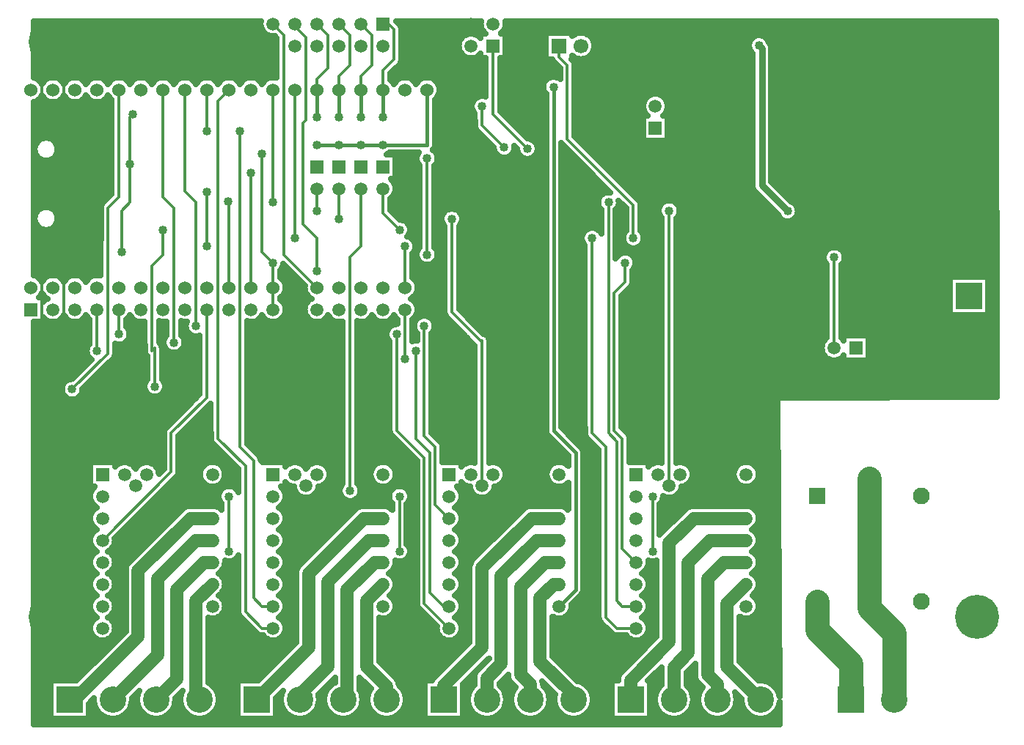
<source format=gbr>
G04 DipTrace 3.3.1.3*
G04 Bottom.gbr*
%MOIN*%
G04 #@! TF.FileFunction,Copper,L2,Bot*
G04 #@! TF.Part,Single*
G04 #@! TA.AperFunction,Conductor*
%ADD14C,0.018*%
%ADD15C,0.015*%
%ADD16C,0.012*%
G04 #@! TA.AperFunction,ViaPad*
%ADD17C,0.03*%
G04 #@! TA.AperFunction,CopperBalancing*
%ADD18C,0.025*%
G04 #@! TA.AperFunction,ComponentPad*
%ADD19C,0.06*%
G04 #@! TA.AperFunction,Conductor*
%ADD20C,0.059*%
%ADD21C,0.11*%
G04 #@! TA.AperFunction,ComponentPad*
%ADD31R,0.12X0.12*%
%ADD32C,0.12*%
%ADD33R,0.059055X0.059055*%
%ADD34C,0.059055*%
%ADD35R,0.066929X0.066929*%
%ADD36C,0.066929*%
%ADD41C,0.076772*%
%ADD42R,0.076772X0.076772*%
%ADD44C,0.2*%
%ADD47R,0.059X0.059*%
%ADD48C,0.059*%
G04 #@! TA.AperFunction,ViaPad*
%ADD54C,0.04*%
%FSLAX26Y26*%
G04*
G70*
G90*
G75*
G01*
G04 Bottom*
%LPD*%
X1743701Y3093701D2*
D14*
X1843701D1*
X1943701D1*
X2043701D1*
X2243701D1*
Y3343701D1*
X2843701Y993701D2*
D15*
X2918701Y1068701D1*
Y1693701D1*
X2818701Y1793701D1*
Y3356201D1*
X3752255Y3545992D2*
D17*
X3764701Y3533546D1*
Y2908701D1*
X3881701Y2791701D1*
X856201Y2606201D2*
D16*
Y2793701D1*
X893701Y2831201D1*
Y3006201D1*
Y3218701D1*
X906201Y3231201D1*
X493701Y2506201D2*
Y2268701D1*
X593701Y2506201D2*
Y2268701D1*
X531496Y3562992D2*
Y3531496D1*
X493701Y3493701D1*
Y3281201D1*
X531496Y3562992D2*
Y3555906D1*
X593701Y3493701D1*
Y3281201D1*
X1043701Y3343701D2*
Y2856201D1*
X1093701Y2806201D1*
Y2193701D1*
X1143701Y3343701D2*
Y2881201D1*
X1193701Y2831201D1*
Y2268701D1*
X2143701Y2118701D2*
Y2343701D1*
X1242815Y2880315D2*
X1243701Y2879429D1*
Y2631201D1*
X2143701D2*
Y2443701D1*
X2043701Y3218504D2*
D14*
Y3343701D1*
D16*
Y3431201D1*
X2093701Y3481201D1*
Y3618701D1*
X2068701Y3643701D1*
X2043701D1*
X1943701Y3218504D2*
D14*
Y3343701D1*
D16*
Y3406201D1*
X1993701Y3456201D1*
Y3593701D1*
X1943701Y3643701D1*
X1743701Y2443701D2*
X1593701Y2593701D1*
Y3593701D1*
X1543701Y3643701D1*
X1337894Y2837008D2*
X1343701Y2831201D1*
Y2443701D1*
X2343701Y1393701D2*
X2281201Y1456201D1*
Y1718701D1*
X2231201Y1768701D1*
Y2268701D1*
X1441929Y2966929D2*
X1443701Y2965157D1*
Y2443701D1*
X768701Y1293701D2*
X1081201Y1606201D1*
Y1781201D1*
X1243701Y1943701D1*
Y2343701D1*
X1268701Y1393701D2*
D19*
X1168701D1*
X931201Y1156201D1*
Y856201D1*
X643701Y568701D1*
X618701D1*
X1268701Y1193701D2*
X1231201D1*
X1106201Y1068701D1*
Y662500D1*
X1012402Y568701D1*
X815551D2*
X1018701Y771850D1*
Y1118701D1*
X1193701Y1293701D1*
X1268701D1*
X1543701Y993701D2*
D16*
X1493701D1*
X1456201Y1031201D1*
Y1656201D1*
X1393701Y1718701D1*
Y3156201D1*
X1243701D2*
Y3343701D1*
X1543701Y893701D2*
X1493701D1*
X1418701Y968701D1*
Y1631201D1*
X1293701Y1756201D1*
Y3293701D1*
X1343701Y3343701D1*
X2343701Y993701D2*
X2318701D1*
X2256201Y1056201D1*
Y1693701D1*
X2193701Y1756201D1*
Y2156201D1*
X743701D2*
Y2343701D1*
X3193701Y893701D2*
X3106201D1*
X3056201Y943701D1*
Y1718701D1*
X2993701Y1781201D1*
Y2668701D1*
X1643701D2*
Y3343701D1*
X1843701Y3218504D2*
D14*
Y3343701D1*
D16*
Y3406201D1*
X1893701Y3456201D1*
Y3593701D1*
X1843701Y3643701D1*
X3193701Y1193701D2*
X3131201Y1256201D1*
Y1756201D1*
X3093701Y1793701D1*
Y2418701D1*
X3143701Y2468701D1*
Y2556201D1*
X1543701D2*
Y2343701D1*
X1493701Y3053543D2*
Y2606201D1*
X1543701Y2556201D1*
X1209252Y568701D2*
D19*
X1193701D1*
Y1018701D1*
X1268701Y1093701D1*
X2700000Y3074902D2*
D16*
X2543701Y3231201D1*
Y3543701D1*
X4093701Y2168701D2*
Y2581201D1*
X3181201Y2668701D2*
Y2818701D1*
X2881201Y3118701D1*
Y3456201D1*
X2843701Y3493701D1*
Y3543701D1*
X1665551Y568701D2*
D19*
Y590551D1*
X1793701Y718701D1*
Y1106201D1*
X1981201Y1293701D1*
X2043701D1*
X1862402Y568701D2*
X1881201D1*
Y1068701D1*
X2006201Y1193701D1*
X2043701D1*
X1468701Y568701D2*
X1706201Y806201D1*
Y1143701D1*
X1956201Y1393701D1*
X2043701D1*
X2059252Y568701D2*
Y628150D1*
X1968701Y718701D1*
Y1018701D1*
X2043701Y1093701D1*
X1743701Y3218504D2*
D14*
Y3343701D1*
D16*
Y3393701D1*
X1793701Y3443701D1*
Y3593701D1*
X1743701Y3643701D1*
X2909252Y568701D2*
D19*
Y590650D1*
X2756201Y743701D1*
Y1031201D1*
X2818701Y1093701D1*
D20*
X2843701D1*
X3268701Y1243701D2*
D16*
Y1493701D1*
X3365551Y568701D2*
D19*
Y715551D1*
X3431201Y781201D1*
Y1193701D1*
X3531201Y1293701D1*
X3634201D1*
D20*
X3693701D1*
X3562402Y568701D2*
D19*
Y637500D1*
X3518701Y681201D1*
Y1118701D1*
X3593701Y1193701D1*
X3634201D1*
D20*
X3693701D1*
X3759252Y568701D2*
D19*
X3756201D1*
X3606201Y718701D1*
Y1006201D1*
X3651627Y1051627D1*
D20*
X3693701Y1093701D1*
X2493701Y3268701D2*
D16*
Y3181201D1*
X2593701Y3081201D1*
X1643701Y3643701D2*
Y3631201D1*
X1693701Y3581201D1*
Y3206201D1*
X1681201Y3193701D1*
Y2731201D1*
X1743701Y2668701D1*
Y2518701D1*
X1343701Y1243701D2*
Y1493701D1*
X2118701Y1243701D2*
Y1493701D1*
X2318701Y568701D2*
D19*
Y631201D1*
X2493701Y806201D1*
Y1168701D1*
X2718701Y1393701D1*
X2784201D1*
D20*
X2843701D1*
X2515551Y568701D2*
D19*
Y665551D1*
X2581201Y731201D1*
Y1131201D1*
X2743701Y1293701D1*
X2784201D1*
D20*
X2843701D1*
X4015748Y1015748D2*
D21*
Y884154D1*
X4168701Y731201D1*
Y568701D1*
X2712402D2*
D19*
Y637500D1*
X2668701Y681201D1*
Y1081201D1*
X2781201Y1193701D1*
D20*
X2843701D1*
X2343701Y893701D2*
D16*
X2231201Y1006201D1*
Y1668701D1*
X2106201Y1793701D1*
Y2231201D1*
X843701D2*
Y2343701D1*
X3168701Y568701D2*
D19*
Y656201D1*
X3343701Y831201D1*
Y1281201D1*
X3456201Y1393701D1*
X3634201D1*
D20*
X3693701D1*
X4365551Y568701D2*
D21*
Y871850D1*
X4251969Y985433D1*
Y1574803D1*
X2243701Y2593701D2*
D16*
Y3031201D1*
X1006201Y1993701D2*
Y2168701D1*
X993701Y2156201D1*
Y2543701D1*
X1043701Y2593701D1*
Y2706201D1*
X2118701D2*
X2043701Y2781201D1*
Y2893701D1*
X1893701Y1518701D2*
Y2581201D1*
X1943701Y2631201D1*
Y2893701D1*
X2493701Y1543701D2*
Y2201030D1*
X2486371D1*
X2356201Y2331201D1*
Y2756201D1*
X1843701D2*
Y2893701D1*
X3343701Y1543701D2*
Y2793701D1*
X1743701D2*
Y2893701D1*
X3193701Y993701D2*
X3131201D1*
X3106201Y1018701D1*
Y1743701D1*
X3068701Y1781201D1*
Y2831201D1*
X1543701D2*
Y3343701D1*
X843701D2*
Y2856201D1*
X793701Y2806201D1*
Y2143701D1*
X631201Y1981201D1*
D54*
X2818701Y3356201D3*
X1093701Y2193701D3*
X1193701Y2268701D3*
X2143701Y2118701D3*
X1242815Y2880315D3*
X1243701Y2631201D3*
X2143701D3*
X2043701Y3218504D3*
X1943701D3*
X1337894Y2837008D3*
X2231201Y2268701D3*
X1441929Y2966929D3*
X1393701Y3156201D3*
X1243701D3*
X2193701Y2156201D3*
X743701D3*
X2993701Y2668701D3*
X1643701D3*
X1843701Y3218504D3*
X3143701Y2556201D3*
X1543701D3*
X1493701Y3053543D3*
X1543701Y2556201D3*
X2700000Y3074902D3*
X4093701Y2581201D3*
X3181201Y2668701D3*
X1743701Y3218504D3*
X3268701Y1243701D3*
Y1493701D3*
X2493701Y3268701D3*
X2593701Y3081201D3*
X1743701Y2518701D3*
X1343701Y1243701D3*
Y1493701D3*
X2118701Y1243701D3*
Y1493701D3*
X2106201Y2231201D3*
X843701D3*
X2243701Y2593701D3*
Y3031201D3*
X1006201Y1993701D3*
X1043701Y2706201D3*
X2118701D3*
X1893701Y1518701D3*
X2356201Y2756201D3*
X1843701D3*
X3343701Y2793701D3*
X1743701D3*
X3068701Y2831201D3*
X1543701D3*
X631201Y1981201D3*
X606201Y3181201D3*
X593701Y2606201D3*
X856201D3*
X906201Y3231201D3*
X2406201Y3106201D3*
X893701Y3006201D3*
X4093701Y2056201D3*
X2143701Y3543701D3*
X493701Y2506201D3*
Y2268701D3*
X593701D3*
Y2506201D3*
X493701Y3281201D3*
X593701D3*
D17*
X3959701Y3090701D3*
X3985701D3*
X4011701D3*
X3959701Y3051701D3*
X3985701D3*
X4011701D3*
X3959701Y3012701D3*
X3985701D3*
X4011701D3*
X4207255Y3441992D3*
Y3402992D3*
D54*
X3881701Y2791701D3*
X3752255Y3545992D3*
X1468701Y1943701D3*
Y1893701D3*
Y1843701D3*
X2318701Y1893701D3*
Y1943701D3*
Y1843701D3*
X693701Y1893701D3*
Y1943701D3*
Y1843701D3*
X3168701Y1893701D3*
Y1943701D3*
Y1843701D3*
X1743701Y3093701D3*
X1843701D3*
X1943701D3*
X2043701D3*
X458719Y3631332D2*
D18*
X1486573D1*
X2126149D2*
X2486558D1*
X2600861D2*
X4828719D1*
X458719Y3606463D2*
X1499348D1*
X2128697D2*
X2499333D1*
X2588050D2*
X4828755D1*
X458719Y3581594D2*
X1557337D1*
X2128697D2*
X2399933D1*
X2602225D2*
X2781239D1*
X2992681D2*
X3719826D1*
X3784680D2*
X4828755D1*
X458719Y3556726D2*
X1558700D1*
X2128697D2*
X2386692D1*
X2602225D2*
X2781239D1*
X3004738D2*
X3704503D1*
X3801618D2*
X4828790D1*
X458719Y3531857D2*
X1558700D1*
X2128697D2*
X2386441D1*
X2602225D2*
X2781239D1*
X3004989D2*
X3705472D1*
X3808687D2*
X4828826D1*
X458719Y3506988D2*
X1558700D1*
X2128697D2*
X2398893D1*
X2602225D2*
X2781239D1*
X2993614D2*
X3720687D1*
X3808687D2*
X4828826D1*
X458719Y3482119D2*
X1558700D1*
X2128697D2*
X2508698D1*
X2578685D2*
X2810843D1*
X2903760D2*
X3720687D1*
X3808687D2*
X4828862D1*
X458719Y3457251D2*
X1558700D1*
X2118219D2*
X2508698D1*
X2578685D2*
X2831692D1*
X2916175D2*
X3720687D1*
X3808687D2*
X4828862D1*
X458719Y3432382D2*
X1558700D1*
X2093351D2*
X2508698D1*
X2578685D2*
X2846189D1*
X2916211D2*
X3720687D1*
X3808687D2*
X4828898D1*
X458719Y3407513D2*
X1558700D1*
X2078710D2*
X2508698D1*
X2578685D2*
X2846189D1*
X2916211D2*
X3720687D1*
X3808687D2*
X4828898D1*
X487139Y3382644D2*
X500261D1*
X587148D2*
X600270D1*
X687122D2*
X700279D1*
X787131D2*
X800252D1*
X887140D2*
X900262D1*
X987149D2*
X1000271D1*
X1087123D2*
X1100280D1*
X1187132D2*
X1200253D1*
X1287141D2*
X1300263D1*
X1387150D2*
X1400272D1*
X1487124D2*
X1500281D1*
X2087143D2*
X2100265D1*
X2187152D2*
X2200274D1*
X2287126D2*
X2508698D1*
X2578685D2*
X2777937D1*
X2916211D2*
X3720687D1*
X3808687D2*
X4828934D1*
X2300905Y3357776D2*
X2508698D1*
X2578685D2*
X2769720D1*
X2916211D2*
X3720687D1*
X3808687D2*
X4828934D1*
X2301659Y3332907D2*
X2508698D1*
X2578685D2*
X2775964D1*
X2916211D2*
X3720687D1*
X3808687D2*
X4828970D1*
X2290032Y3308038D2*
X2466391D1*
X2578685D2*
X2782208D1*
X2916211D2*
X3238798D1*
X3323605D2*
X3720687D1*
X3808687D2*
X4828970D1*
X458719Y3283169D2*
X808685D1*
X2281707D2*
X2447014D1*
X2578685D2*
X2782208D1*
X2916211D2*
X3224588D1*
X3337815D2*
X3720687D1*
X3808687D2*
X4829006D1*
X458719Y3258301D2*
X808685D1*
X2281707D2*
X2445865D1*
X2578685D2*
X2782208D1*
X2916211D2*
X3223655D1*
X3338748D2*
X3720687D1*
X3808687D2*
X4829042D1*
X458719Y3233432D2*
X808685D1*
X2281707D2*
X2458712D1*
X2589916D2*
X2782208D1*
X2916211D2*
X3235174D1*
X3327229D2*
X3720687D1*
X3808687D2*
X4829042D1*
X458719Y3208563D2*
X808685D1*
X2281707D2*
X2458712D1*
X2614784D2*
X2782208D1*
X2916211D2*
X3222686D1*
X3339717D2*
X3720687D1*
X3808687D2*
X4829078D1*
X458719Y3183694D2*
X808685D1*
X2281707D2*
X2458712D1*
X2639652D2*
X2782208D1*
X2916211D2*
X3222686D1*
X3339717D2*
X3720687D1*
X3808687D2*
X4829078D1*
X458719Y3158825D2*
X808685D1*
X2281707D2*
X2467647D1*
X2664556D2*
X2782208D1*
X2916211D2*
X3222686D1*
X3339717D2*
X3720687D1*
X3808687D2*
X4829113D1*
X458719Y3133957D2*
X808685D1*
X2281707D2*
X2492479D1*
X2689423D2*
X2782208D1*
X2916211D2*
X3222686D1*
X3339717D2*
X3720687D1*
X3808687D2*
X4829113D1*
X458719Y3109088D2*
X472809D1*
X552376D2*
X808685D1*
X2281707D2*
X2517347D1*
X2734027D2*
X2782208D1*
X2939285D2*
X3720687D1*
X3808687D2*
X4829149D1*
X565833Y3084219D2*
X808685D1*
X2280415D2*
X2542214D1*
X2748058D2*
X2782208D1*
X2964153D2*
X3720687D1*
X3808687D2*
X4829149D1*
X565331Y3059350D2*
X808685D1*
X2283214D2*
X2550145D1*
X2637248D2*
X2653671D1*
X2746336D2*
X2782208D1*
X2855208D2*
X2892085D1*
X2989020D2*
X3720687D1*
X3808687D2*
X4829185D1*
X458719Y3034482D2*
X474998D1*
X550223D2*
X808685D1*
X2102214D2*
X2194819D1*
X2292580D2*
X2674519D1*
X2725487D2*
X2782208D1*
X2855208D2*
X2916953D1*
X3013888D2*
X3720687D1*
X3808687D2*
X4829221D1*
X458719Y3009613D2*
X808685D1*
X2102214D2*
X2200023D1*
X2287377D2*
X2782208D1*
X2855208D2*
X2941821D1*
X3038756D2*
X3720687D1*
X3808687D2*
X4829221D1*
X458719Y2984744D2*
X808685D1*
X2102214D2*
X2208707D1*
X2278693D2*
X2782208D1*
X2855208D2*
X2966688D1*
X3063624D2*
X3720687D1*
X3808687D2*
X4829257D1*
X458719Y2959875D2*
X808685D1*
X2102214D2*
X2208707D1*
X2278693D2*
X2782208D1*
X2855208D2*
X2991556D1*
X3088491D2*
X3720687D1*
X3808687D2*
X4829257D1*
X458719Y2935007D2*
X808685D1*
X2084057D2*
X2208707D1*
X2278693D2*
X2782208D1*
X2855208D2*
X3016424D1*
X3113359D2*
X3720687D1*
X3808687D2*
X4829293D1*
X458719Y2910138D2*
X808685D1*
X2099774D2*
X2208707D1*
X2278693D2*
X2782208D1*
X2855208D2*
X3041292D1*
X3138227D2*
X3720687D1*
X3824440D2*
X4829293D1*
X458719Y2885269D2*
X808685D1*
X2101604D2*
X2208707D1*
X2278693D2*
X2782208D1*
X2855208D2*
X3066159D1*
X3163095D2*
X3727935D1*
X3849308D2*
X4829329D1*
X458719Y2860400D2*
X799427D1*
X2091270D2*
X2208707D1*
X2278693D2*
X2782208D1*
X2855208D2*
X3030024D1*
X3187962D2*
X3751798D1*
X3874176D2*
X4829329D1*
X458719Y2835531D2*
X774559D1*
X2078710D2*
X2208707D1*
X2278693D2*
X2782208D1*
X2855208D2*
X3019905D1*
X3211502D2*
X3320901D1*
X3366522D2*
X3776666D1*
X3899725D2*
X4829365D1*
X458719Y2810663D2*
X759021D1*
X2078710D2*
X2208707D1*
X2278693D2*
X2782208D1*
X2855208D2*
X3024498D1*
X3112928D2*
X3140762D1*
X3216203D2*
X3297899D1*
X3389488D2*
X3801534D1*
X3926674D2*
X4829401D1*
X558979Y2785794D2*
X758698D1*
X2087574D2*
X2208707D1*
X2278693D2*
X2317830D1*
X2394563D2*
X2782208D1*
X2855208D2*
X3033684D1*
X3103706D2*
X3146217D1*
X3216203D2*
X3295387D1*
X3392036D2*
X3826402D1*
X3930334D2*
X4829401D1*
X567017Y2760925D2*
X758698D1*
X2112441D2*
X2208707D1*
X2278693D2*
X2307424D1*
X2404969D2*
X2782208D1*
X2855208D2*
X3033684D1*
X3103706D2*
X3146217D1*
X3216203D2*
X3308198D1*
X3379189D2*
X3844344D1*
X3919067D2*
X4829436D1*
X562316Y2736056D2*
X758698D1*
X2156866D2*
X2208707D1*
X2278693D2*
X2311802D1*
X2400627D2*
X2782208D1*
X2855208D2*
X3033684D1*
X3103706D2*
X3146217D1*
X3216203D2*
X3308700D1*
X3378687D2*
X4829436D1*
X458719Y2711188D2*
X487199D1*
X537987D2*
X758698D1*
X2167416D2*
X2208707D1*
X2278693D2*
X2321204D1*
X2391190D2*
X2782208D1*
X2855208D2*
X2972286D1*
X3015108D2*
X3033684D1*
X3103706D2*
X3146217D1*
X3216203D2*
X3308700D1*
X3378687D2*
X4829472D1*
X458719Y2686319D2*
X758698D1*
X2163253D2*
X2208707D1*
X2278693D2*
X2321204D1*
X2391190D2*
X2782208D1*
X2855208D2*
X2948172D1*
X3103706D2*
X3135667D1*
X3226717D2*
X3308700D1*
X3378687D2*
X4829472D1*
X458719Y2661450D2*
X758698D1*
X2181519D2*
X2208707D1*
X2278693D2*
X2321204D1*
X2391190D2*
X2782208D1*
X2855208D2*
X2945265D1*
X3103706D2*
X3132760D1*
X3229624D2*
X3308700D1*
X3378687D2*
X4829508D1*
X458719Y2636581D2*
X758698D1*
X2192391D2*
X2208707D1*
X2278693D2*
X2321204D1*
X2391190D2*
X2782208D1*
X2855208D2*
X2957574D1*
X3103706D2*
X3145069D1*
X3217316D2*
X3308700D1*
X3378687D2*
X4829508D1*
X458719Y2611713D2*
X758698D1*
X2289063D2*
X2321204D1*
X2391190D2*
X2782208D1*
X2855208D2*
X2958686D1*
X3103706D2*
X3308700D1*
X3378687D2*
X4056096D1*
X4131286D2*
X4829544D1*
X458719Y2586844D2*
X758698D1*
X2178684D2*
X2195214D1*
X2292185D2*
X2321204D1*
X2391190D2*
X2782208D1*
X2855208D2*
X2958686D1*
X3181180D2*
X3308700D1*
X3378687D2*
X4045044D1*
X4142374D2*
X4829544D1*
X458719Y2561975D2*
X758698D1*
X2178684D2*
X2207199D1*
X2280200D2*
X2321204D1*
X2391190D2*
X2782208D1*
X2855208D2*
X2958686D1*
X3192340D2*
X3308700D1*
X3378687D2*
X4048848D1*
X4138534D2*
X4829580D1*
X458719Y2537106D2*
X758698D1*
X1588604D2*
X1601833D1*
X2178684D2*
X2321204D1*
X2391190D2*
X2782208D1*
X2855208D2*
X2958686D1*
X3188608D2*
X3308700D1*
X3378687D2*
X4058716D1*
X4128702D2*
X4829616D1*
X458719Y2512238D2*
X758698D1*
X1578700D2*
X1626701D1*
X2178684D2*
X2321204D1*
X2391190D2*
X2782208D1*
X2855208D2*
X2958686D1*
X3178704D2*
X3308700D1*
X3378687D2*
X4058716D1*
X4128702D2*
X4829616D1*
X482043Y2487369D2*
X505356D1*
X582053D2*
X605365D1*
X682062D2*
X705339D1*
X1582037D2*
X1651569D1*
X2182057D2*
X2321204D1*
X2391190D2*
X2782208D1*
X2855208D2*
X2958686D1*
X3178704D2*
X3308700D1*
X3378687D2*
X4058716D1*
X4128702D2*
X4617217D1*
X4795215D2*
X4829652D1*
X1599477Y2462500D2*
X1676436D1*
X2199496D2*
X2321204D1*
X2391190D2*
X2782208D1*
X2855208D2*
X2958686D1*
X3178094D2*
X3308700D1*
X3378687D2*
X4058716D1*
X4128702D2*
X4617217D1*
X4795215D2*
X4829652D1*
X1602384Y2437631D2*
X1685013D1*
X2202367D2*
X2321204D1*
X2391190D2*
X2782208D1*
X2855208D2*
X2958686D1*
X3161085D2*
X3308700D1*
X3378687D2*
X4058716D1*
X4128702D2*
X4617217D1*
X4795215D2*
X4829688D1*
X1593484Y2412762D2*
X1693912D1*
X2193468D2*
X2321204D1*
X2391190D2*
X2782208D1*
X2855208D2*
X2958686D1*
X3136217D2*
X3308700D1*
X3378687D2*
X4058716D1*
X4128702D2*
X4617217D1*
X4795215D2*
X4829688D1*
X1580638Y2387894D2*
X1706759D1*
X2180657D2*
X2321204D1*
X2391190D2*
X2782208D1*
X2855208D2*
X2958686D1*
X3128717D2*
X3308700D1*
X3378687D2*
X4058716D1*
X4128702D2*
X4617217D1*
X4795215D2*
X4829723D1*
X1598795Y2363025D2*
X1688601D1*
X2198779D2*
X2321204D1*
X2391190D2*
X2782208D1*
X2855208D2*
X2958686D1*
X3128717D2*
X3308700D1*
X3378687D2*
X4058716D1*
X4128702D2*
X4617217D1*
X4795215D2*
X4829723D1*
X1601953Y2338156D2*
X1685443D1*
X2201937D2*
X2321204D1*
X2397721D2*
X2782208D1*
X2855208D2*
X2958686D1*
X3128717D2*
X3308700D1*
X3378687D2*
X4058716D1*
X4128702D2*
X4617217D1*
X4795215D2*
X4829759D1*
X1593269Y2313287D2*
X1694163D1*
X2193253D2*
X2215489D1*
X2246900D2*
X2326586D1*
X2422588D2*
X2782208D1*
X2855208D2*
X2958686D1*
X3128717D2*
X3308700D1*
X3378687D2*
X4058716D1*
X4128702D2*
X4829795D1*
X502246Y2288419D2*
X532090D1*
X555319D2*
X632099D1*
X655292D2*
X708712D1*
X878707D2*
X932091D1*
X1455294D2*
X1532074D1*
X1555304D2*
X1732093D1*
X1755322D2*
X1832102D1*
X1955305D2*
X2032085D1*
X2055314D2*
X2108697D1*
X2275822D2*
X2350521D1*
X2447456D2*
X2782208D1*
X2855208D2*
X2958686D1*
X3128717D2*
X3308700D1*
X3378687D2*
X4058716D1*
X4128702D2*
X4829795D1*
X458719Y2263550D2*
X708712D1*
X879604D2*
X958717D1*
X1028703D2*
X1058690D1*
X1128712D2*
X1144992D1*
X1428704D2*
X1858692D1*
X1928714D2*
X2070301D1*
X2279913D2*
X2375389D1*
X2472324D2*
X2782208D1*
X2855208D2*
X2958686D1*
X3128717D2*
X3308700D1*
X3378687D2*
X4058716D1*
X4128702D2*
X4829831D1*
X458719Y2238681D2*
X708712D1*
X892092D2*
X958717D1*
X1028703D2*
X1058690D1*
X1128712D2*
X1155685D1*
X1428704D2*
X1858692D1*
X1928714D2*
X2057814D1*
X2178684D2*
X2193205D1*
X2269219D2*
X2400256D1*
X2497192D2*
X2782208D1*
X2855208D2*
X2958686D1*
X3128717D2*
X3308700D1*
X3378687D2*
X4058716D1*
X4128702D2*
X4829831D1*
X458719Y2213812D2*
X708712D1*
X889329D2*
X958717D1*
X1028703D2*
X1049289D1*
X1138114D2*
X1208686D1*
X1428704D2*
X1858692D1*
X1928714D2*
X2060577D1*
X2178684D2*
X2196183D1*
X2266205D2*
X2425124D1*
X2526078D2*
X2782208D1*
X2855208D2*
X2958686D1*
X3128717D2*
X3308700D1*
X3378687D2*
X4057962D1*
X4252215D2*
X4829867D1*
X458719Y2188944D2*
X708173D1*
X865610D2*
X958717D1*
X1142456D2*
X1208686D1*
X1428704D2*
X1858692D1*
X1928714D2*
X2071198D1*
X2266205D2*
X2449992D1*
X2528698D2*
X2782208D1*
X2855208D2*
X2958686D1*
X3128717D2*
X3308700D1*
X3378687D2*
X4038944D1*
X4252215D2*
X4829867D1*
X458719Y2164075D2*
X695363D1*
X828685D2*
X958717D1*
X1041191D2*
X1055353D1*
X1132050D2*
X1208686D1*
X1428704D2*
X1858692D1*
X1928714D2*
X2071198D1*
X2266205D2*
X2458712D1*
X2528698D2*
X2782208D1*
X2855208D2*
X2958686D1*
X3128717D2*
X3308700D1*
X3378687D2*
X4035355D1*
X4252215D2*
X4829903D1*
X458719Y2139206D2*
X697911D1*
X828398D2*
X963489D1*
X1041191D2*
X1208686D1*
X1428704D2*
X1858692D1*
X1928714D2*
X2071198D1*
X2266205D2*
X2458712D1*
X2528698D2*
X2782208D1*
X2855208D2*
X2958686D1*
X3128717D2*
X3308700D1*
X3378687D2*
X4043573D1*
X4252215D2*
X4829903D1*
X458719Y2114337D2*
X715889D1*
X812788D2*
X971205D1*
X1041191D2*
X1208686D1*
X1428704D2*
X1858692D1*
X1928714D2*
X2071198D1*
X2266205D2*
X2458712D1*
X2528698D2*
X2782208D1*
X2855208D2*
X2958686D1*
X3128717D2*
X3308700D1*
X3378687D2*
X4077663D1*
X4109755D2*
X4135185D1*
X4252215D2*
X4829939D1*
X458719Y2089469D2*
X691021D1*
X787920D2*
X971205D1*
X1041191D2*
X1208686D1*
X1428704D2*
X1858692D1*
X1928714D2*
X2071198D1*
X2266205D2*
X2458712D1*
X2528698D2*
X2782208D1*
X2855208D2*
X2958686D1*
X3128717D2*
X3308700D1*
X3378687D2*
X4829975D1*
X458719Y2064600D2*
X666153D1*
X763053D2*
X971205D1*
X1041191D2*
X1208686D1*
X1428704D2*
X1858692D1*
X1928714D2*
X2071198D1*
X2266205D2*
X2458712D1*
X2528698D2*
X2782208D1*
X2855208D2*
X2958686D1*
X3128717D2*
X3308700D1*
X3378687D2*
X4829975D1*
X458719Y2039731D2*
X641285D1*
X738185D2*
X971205D1*
X1041191D2*
X1208686D1*
X1428704D2*
X1858692D1*
X1928714D2*
X2071198D1*
X2266205D2*
X2458712D1*
X2528698D2*
X2782208D1*
X2855208D2*
X2958686D1*
X3128717D2*
X3308700D1*
X3378687D2*
X4830011D1*
X458719Y2014862D2*
X596610D1*
X713317D2*
X962305D1*
X1050090D2*
X1208686D1*
X1428704D2*
X1858692D1*
X1928714D2*
X2071198D1*
X2266205D2*
X2458712D1*
X2528698D2*
X2782208D1*
X2855208D2*
X2958686D1*
X3128717D2*
X3308700D1*
X3378687D2*
X4830011D1*
X458719Y1989993D2*
X583045D1*
X688449D2*
X957353D1*
X1055042D2*
X1208686D1*
X1428704D2*
X1858692D1*
X1928714D2*
X2071198D1*
X2266205D2*
X2458712D1*
X2528698D2*
X2782208D1*
X2855208D2*
X2958686D1*
X3128717D2*
X3308700D1*
X3378687D2*
X4830046D1*
X458719Y1965125D2*
X585055D1*
X677325D2*
X967006D1*
X1045389D2*
X1208686D1*
X1428704D2*
X1858692D1*
X1928714D2*
X2071198D1*
X2266205D2*
X2458712D1*
X2528698D2*
X2782208D1*
X2855208D2*
X2958686D1*
X3128717D2*
X3308700D1*
X3378687D2*
X4830046D1*
X458719Y1940256D2*
X606657D1*
X655759D2*
X1191785D1*
X1428704D2*
X1858692D1*
X1928714D2*
X2071198D1*
X2266205D2*
X2458712D1*
X2528698D2*
X2782208D1*
X2855208D2*
X2958686D1*
X3128717D2*
X3308700D1*
X3378687D2*
X3840217D1*
X458719Y1915387D2*
X1166917D1*
X1428704D2*
X1858692D1*
X1928714D2*
X2071198D1*
X2266205D2*
X2458712D1*
X2528698D2*
X2782208D1*
X2855208D2*
X2958686D1*
X3128717D2*
X3308700D1*
X3378687D2*
X3833507D1*
X458719Y1890518D2*
X1142049D1*
X1238984D2*
X1258709D1*
X1428704D2*
X1858692D1*
X1928714D2*
X2071198D1*
X2266205D2*
X2458712D1*
X2528698D2*
X2782208D1*
X2855208D2*
X2958686D1*
X3128717D2*
X3308700D1*
X3378687D2*
X3833686D1*
X458719Y1865650D2*
X1117181D1*
X1214117D2*
X1258709D1*
X1428704D2*
X1858692D1*
X1928714D2*
X2071198D1*
X2266205D2*
X2458712D1*
X2528698D2*
X2782208D1*
X2855208D2*
X2958686D1*
X3128717D2*
X3308700D1*
X3378687D2*
X3833830D1*
X458719Y1840781D2*
X1092314D1*
X1189249D2*
X1258709D1*
X1428704D2*
X1858692D1*
X1928714D2*
X2071198D1*
X2266205D2*
X2458712D1*
X2528698D2*
X2782208D1*
X2855208D2*
X2958686D1*
X3128717D2*
X3308700D1*
X3378687D2*
X3834009D1*
X458719Y1815912D2*
X1067446D1*
X1164381D2*
X1258709D1*
X1428704D2*
X1858692D1*
X1928714D2*
X2071198D1*
X2266205D2*
X2458712D1*
X2528698D2*
X2782208D1*
X2855208D2*
X2958686D1*
X3128717D2*
X3308700D1*
X3378687D2*
X3834189D1*
X458719Y1791043D2*
X1047710D1*
X1139514D2*
X1258709D1*
X1428704D2*
X1858692D1*
X1928714D2*
X2071306D1*
X2266205D2*
X2458712D1*
X2528698D2*
X2782315D1*
X2871930D2*
X2958686D1*
X3144829D2*
X3308700D1*
X3378687D2*
X3834332D1*
X458719Y1766175D2*
X1046203D1*
X1116189D2*
X1258709D1*
X1428704D2*
X1858692D1*
X1928714D2*
X2085265D1*
X2282174D2*
X2458712D1*
X2528698D2*
X2795628D1*
X2896798D2*
X2962382D1*
X3164638D2*
X3308700D1*
X3378687D2*
X3834511D1*
X458719Y1741306D2*
X1046203D1*
X1116189D2*
X1262297D1*
X1428704D2*
X1858692D1*
X1928714D2*
X2110133D1*
X2307041D2*
X2458712D1*
X2528698D2*
X2820496D1*
X2921666D2*
X2985133D1*
X3166216D2*
X3308700D1*
X3378687D2*
X3834655D1*
X458719Y1716437D2*
X1046203D1*
X1116189D2*
X1285012D1*
X1444421D2*
X1858692D1*
X1928714D2*
X2135001D1*
X2316192D2*
X2458712D1*
X2528698D2*
X2845364D1*
X2946498D2*
X3010001D1*
X3166216D2*
X3308700D1*
X3378687D2*
X3834834D1*
X458719Y1691568D2*
X1046203D1*
X1116189D2*
X1309880D1*
X1469289D2*
X1858692D1*
X1928714D2*
X2159868D1*
X2316192D2*
X2458712D1*
X2528698D2*
X2870267D1*
X2955217D2*
X3021196D1*
X3166216D2*
X3308700D1*
X3378687D2*
X3835014D1*
X458719Y1666699D2*
X1046203D1*
X1116189D2*
X1334747D1*
X1489456D2*
X1858692D1*
X1928714D2*
X2184736D1*
X2316192D2*
X2458712D1*
X2528698D2*
X2882217D1*
X2955217D2*
X3021196D1*
X3166216D2*
X3308700D1*
X3378687D2*
X3835157D1*
X458719Y1641831D2*
X710219D1*
X899843D2*
X937581D1*
X999816D2*
X1046203D1*
X1116189D2*
X1237573D1*
X1299844D2*
X1359615D1*
X1674834D2*
X1712572D1*
X1774843D2*
X1858692D1*
X1928714D2*
X2012564D1*
X2074835D2*
X2196183D1*
X2574845D2*
X2812566D1*
X2955217D2*
X3021196D1*
X3424834D2*
X3662590D1*
X3724826D2*
X3835337D1*
X458719Y1616962D2*
X710219D1*
X1022136D2*
X1043511D1*
X1116189D2*
X1215253D1*
X1322128D2*
X1383693D1*
X1797127D2*
X1858692D1*
X1928714D2*
X1990244D1*
X2097155D2*
X2196183D1*
X2597129D2*
X2790246D1*
X2955217D2*
X3021196D1*
X3447154D2*
X3640270D1*
X3747146D2*
X3835480D1*
X458719Y1592093D2*
X710219D1*
X1112995D2*
X1210229D1*
X1327188D2*
X1383693D1*
X1802187D2*
X1858692D1*
X1928714D2*
X1985220D1*
X2102179D2*
X2196183D1*
X2602189D2*
X2785222D1*
X2955217D2*
X3021196D1*
X3452178D2*
X3635211D1*
X3752169D2*
X3835660D1*
X458719Y1567224D2*
X710219D1*
X1090675D2*
X1216868D1*
X1320549D2*
X1383693D1*
X1795548D2*
X1858692D1*
X1928714D2*
X1991858D1*
X2095540D2*
X2196183D1*
X2595550D2*
X2791861D1*
X2955217D2*
X3021196D1*
X3445539D2*
X3641849D1*
X3745531D2*
X3835839D1*
X458719Y1542356D2*
X710219D1*
X1065807D2*
X1243853D1*
X1293564D2*
X1383693D1*
X1602204D2*
X1618842D1*
X1768563D2*
X1851157D1*
X1936250D2*
X2018843D1*
X2068555D2*
X2196183D1*
X2402206D2*
X2418844D1*
X2568565D2*
X2818845D1*
X2868557D2*
X2882217D1*
X2955217D2*
X3021196D1*
X3418554D2*
X3668834D1*
X3718546D2*
X3835983D1*
X458719Y1517487D2*
X715494D1*
X1040940D2*
X1301231D1*
X1596893D2*
X1641701D1*
X1745669D2*
X1844733D1*
X1942673D2*
X2076258D1*
X2161172D2*
X2196183D1*
X2396895D2*
X2441703D1*
X2545671D2*
X2882217D1*
X2955217D2*
X3021196D1*
X3395696D2*
X3836162D1*
X458719Y1492618D2*
X710219D1*
X1016072D2*
X1294701D1*
X1602204D2*
X1668255D1*
X1719151D2*
X1852700D1*
X1934707D2*
X2069727D1*
X2167703D2*
X2196183D1*
X2402206D2*
X2468257D1*
X2519153D2*
X2882217D1*
X2955217D2*
X3021196D1*
X3369142D2*
X3836306D1*
X458719Y1467749D2*
X716570D1*
X991204D2*
X1302631D1*
X1595817D2*
X2077622D1*
X2159773D2*
X2196183D1*
X2395819D2*
X2882217D1*
X2955217D2*
X3021196D1*
X3309789D2*
X3836485D1*
X458719Y1442881D2*
X739429D1*
X966336D2*
X1138389D1*
X1572994D2*
X1925903D1*
X2153708D2*
X2196183D1*
X2372997D2*
X2688371D1*
X2955217D2*
X3021196D1*
X3303689D2*
X3425898D1*
X3722996D2*
X3836629D1*
X458719Y1418012D2*
X715745D1*
X941469D2*
X1110615D1*
X1596642D2*
X1898093D1*
X2153708D2*
X2196183D1*
X2396644D2*
X2660596D1*
X2955217D2*
X3021196D1*
X3303689D2*
X3398124D1*
X3746643D2*
X3836808D1*
X458719Y1393143D2*
X710219D1*
X916601D2*
X1085747D1*
X1602204D2*
X1873225D1*
X2153708D2*
X2196183D1*
X2402206D2*
X2635728D1*
X2955217D2*
X3021196D1*
X3303689D2*
X3373256D1*
X3752205D2*
X3836987D1*
X458719Y1368274D2*
X716319D1*
X891733D2*
X1060879D1*
X1596104D2*
X1848358D1*
X2153708D2*
X2196183D1*
X2396106D2*
X2610861D1*
X2955217D2*
X3021196D1*
X3303689D2*
X3348388D1*
X3746105D2*
X3837131D1*
X458719Y1343406D2*
X740397D1*
X866865D2*
X1036011D1*
X1571990D2*
X1823490D1*
X2153708D2*
X2196183D1*
X2371992D2*
X2585993D1*
X2955217D2*
X3021196D1*
X3303689D2*
X3323485D1*
X3721991D2*
X3837310D1*
X458719Y1318537D2*
X715996D1*
X841998D2*
X1011144D1*
X1596391D2*
X1798622D1*
X2153708D2*
X2196183D1*
X2396393D2*
X2561125D1*
X2955217D2*
X3021196D1*
X3746392D2*
X3837454D1*
X458719Y1293668D2*
X710183D1*
X827213D2*
X986276D1*
X1602204D2*
X1773754D1*
X2153708D2*
X2196183D1*
X2402206D2*
X2536257D1*
X2955217D2*
X3021196D1*
X3752205D2*
X3837633D1*
X458719Y1268799D2*
X716032D1*
X821364D2*
X961408D1*
X1596355D2*
X1748887D1*
X2160347D2*
X2196183D1*
X2396357D2*
X2511390D1*
X2955217D2*
X3021196D1*
X3746356D2*
X3837813D1*
X458719Y1243930D2*
X740541D1*
X796855D2*
X936540D1*
X1571882D2*
X1724019D1*
X2167703D2*
X2196183D1*
X2371884D2*
X2486522D1*
X2955217D2*
X3021196D1*
X3721883D2*
X3837956D1*
X458719Y1219062D2*
X716283D1*
X821113D2*
X911673D1*
X1596140D2*
X1699151D1*
X2160634D2*
X2196183D1*
X2396142D2*
X2461654D1*
X2955217D2*
X3021196D1*
X3746141D2*
X3838136D1*
X458719Y1194193D2*
X710219D1*
X827213D2*
X886877D1*
X1327690D2*
X1383693D1*
X1602204D2*
X1674283D1*
X2102681D2*
X2196183D1*
X2402206D2*
X2440770D1*
X2955217D2*
X3021196D1*
X3252195D2*
X3284694D1*
X3752205D2*
X3838279D1*
X458719Y1169324D2*
X715781D1*
X821616D2*
X873743D1*
X1322164D2*
X1383693D1*
X1596606D2*
X1653363D1*
X2097155D2*
X2196183D1*
X2396608D2*
X2434705D1*
X2955217D2*
X3021196D1*
X3246633D2*
X3284694D1*
X3746607D2*
X3838459D1*
X458719Y1144455D2*
X739536D1*
X797860D2*
X872200D1*
X1298911D2*
X1383693D1*
X1572851D2*
X1647191D1*
X2073902D2*
X2196183D1*
X2372853D2*
X2434705D1*
X2955217D2*
X3021196D1*
X3222878D2*
X3284694D1*
X3722852D2*
X3838638D1*
X458719Y1119587D2*
X716535D1*
X820862D2*
X872200D1*
X1321410D2*
X1383693D1*
X1595853D2*
X1647191D1*
X2096437D2*
X2196183D1*
X2395855D2*
X2434705D1*
X2955217D2*
X3021196D1*
X3245843D2*
X3284694D1*
X3745854D2*
X3838782D1*
X458719Y1094718D2*
X710219D1*
X827178D2*
X872200D1*
X1327690D2*
X1383693D1*
X1602204D2*
X1647191D1*
X2102681D2*
X2196183D1*
X2402206D2*
X2434705D1*
X2955217D2*
X3021196D1*
X3252195D2*
X3284694D1*
X3752205D2*
X3838961D1*
X458719Y1069849D2*
X715530D1*
X821867D2*
X872200D1*
X1322415D2*
X1383693D1*
X1596857D2*
X1647191D1*
X2097406D2*
X2196183D1*
X2396860D2*
X2434705D1*
X2955217D2*
X3021196D1*
X3246884D2*
X3284694D1*
X3746858D2*
X3839105D1*
X458719Y1044980D2*
X738603D1*
X798793D2*
X872200D1*
X1302392D2*
X1383693D1*
X1573820D2*
X1647191D1*
X2077383D2*
X2196183D1*
X2373822D2*
X2434705D1*
X2945565D2*
X3021196D1*
X3223811D2*
X3284694D1*
X3726692D2*
X3839284D1*
X458719Y1020112D2*
X716822D1*
X820575D2*
X872200D1*
X1320585D2*
X1383693D1*
X1595566D2*
X1647191D1*
X2095576D2*
X2196183D1*
X2395568D2*
X2434705D1*
X2920697D2*
X3021196D1*
X3245592D2*
X3284694D1*
X3745567D2*
X3839428D1*
X458719Y995243D2*
X710219D1*
X827178D2*
X872200D1*
X1327188D2*
X1383693D1*
X1602168D2*
X1647191D1*
X2102179D2*
X2198121D1*
X2402170D2*
X2434705D1*
X2902181D2*
X3021196D1*
X3252195D2*
X3284694D1*
X3752169D2*
X3839607D1*
X458719Y970374D2*
X715279D1*
X822118D2*
X872200D1*
X1322128D2*
X1383693D1*
X1597109D2*
X1647191D1*
X2097119D2*
X2218575D1*
X2397111D2*
X2434705D1*
X2897121D2*
X3021196D1*
X3247099D2*
X3284694D1*
X3747110D2*
X3839786D1*
X458719Y945505D2*
X737670D1*
X799726D2*
X872200D1*
X1299701D2*
X1393418D1*
X1574717D2*
X1647191D1*
X2074727D2*
X2243443D1*
X2374719D2*
X2434705D1*
X2874729D2*
X3021196D1*
X3224708D2*
X3284694D1*
X3724718D2*
X3839930D1*
X458719Y920636D2*
X717109D1*
X820288D2*
X872200D1*
X1252692D2*
X1418286D1*
X1595314D2*
X1647191D1*
X2027683D2*
X2268310D1*
X2395281D2*
X2434705D1*
X2815197D2*
X3030813D1*
X3245305D2*
X3284694D1*
X3665186D2*
X3840109D1*
X458719Y895768D2*
X710255D1*
X827178D2*
X872200D1*
X1252692D2*
X1443189D1*
X1602168D2*
X1647191D1*
X2027683D2*
X2285248D1*
X2402170D2*
X2434705D1*
X2815197D2*
X3055681D1*
X3252159D2*
X3284694D1*
X3665186D2*
X3840253D1*
X458719Y870899D2*
X715063D1*
X822333D2*
X863480D1*
X1252692D2*
X1468057D1*
X1597360D2*
X1647191D1*
X2027683D2*
X2290056D1*
X2397362D2*
X2434705D1*
X2815197D2*
X3080549D1*
X3247351D2*
X3284694D1*
X3665186D2*
X3840432D1*
X458719Y846030D2*
X736809D1*
X800587D2*
X838613D1*
X1252692D2*
X1511800D1*
X1575578D2*
X1647191D1*
X2027683D2*
X2311802D1*
X2375580D2*
X2434705D1*
X2815197D2*
X3161827D1*
X3225569D2*
X3276118D1*
X3665186D2*
X3840612D1*
X458719Y821161D2*
X813745D1*
X1252692D2*
X1638758D1*
X2027683D2*
X2426272D1*
X2815197D2*
X3251250D1*
X3665186D2*
X3840755D1*
X458719Y796293D2*
X788877D1*
X1252692D2*
X1613890D1*
X2027683D2*
X2401405D1*
X2815197D2*
X3226382D1*
X3665186D2*
X3840935D1*
X458719Y771424D2*
X764009D1*
X1252692D2*
X1589023D1*
X2027683D2*
X2376537D1*
X2815197D2*
X3201514D1*
X3665186D2*
X3841078D1*
X458719Y746555D2*
X739142D1*
X1252692D2*
X1564155D1*
X2027683D2*
X2351669D1*
X2835759D2*
X3176647D1*
X3665186D2*
X3841258D1*
X458719Y721686D2*
X714274D1*
X1252692D2*
X1539287D1*
X2048101D2*
X2326766D1*
X2860627D2*
X3151779D1*
X3685604D2*
X3841437D1*
X458719Y696818D2*
X689406D1*
X1252692D2*
X1514419D1*
X2073005D2*
X2301898D1*
X2885494D2*
X3126911D1*
X3291703D2*
X3306547D1*
X3429212D2*
X3459701D1*
X3710472D2*
X3841581D1*
X458719Y671949D2*
X664538D1*
X1252692D2*
X1489552D1*
X2097872D2*
X2277030D1*
X2441858D2*
X2456918D1*
X2910362D2*
X3111947D1*
X3266836D2*
X3306547D1*
X3424547D2*
X3460455D1*
X3735340D2*
X3841760D1*
X458719Y647080D2*
X529686D1*
X1252692D2*
X1379710D1*
X1804483D2*
X1822198D1*
X1940197D2*
X1957912D1*
X2114989D2*
X2229699D1*
X2416991D2*
X2456559D1*
X2579474D2*
X2621159D1*
X2948328D2*
X3079688D1*
X3257685D2*
X3306547D1*
X3424547D2*
X3471184D1*
X3798352D2*
X3841904D1*
X458719Y622211D2*
X529686D1*
X1279713D2*
X1379710D1*
X1940197D2*
X1982780D1*
X2129702D2*
X2229699D1*
X2407697D2*
X2445076D1*
X2586005D2*
X2641936D1*
X2979726D2*
X3079688D1*
X3257685D2*
X3295100D1*
X3436030D2*
X3491925D1*
X458719Y597343D2*
X529686D1*
X1293385D2*
X1379710D1*
X1754748D2*
X1778276D1*
X1946513D2*
X1975136D1*
X2143374D2*
X2229699D1*
X2407697D2*
X2431440D1*
X2599677D2*
X2628265D1*
X2796538D2*
X2820173D1*
X2993362D2*
X3079688D1*
X3257685D2*
X3281428D1*
X3449666D2*
X3478289D1*
X458719Y572474D2*
X529686D1*
X904472D2*
X923479D1*
X1101333D2*
X1120339D1*
X1298158D2*
X1379710D1*
X1557708D2*
X1576643D1*
X1754461D2*
X1773467D1*
X1951321D2*
X1970328D1*
X2148182D2*
X2229699D1*
X2407697D2*
X2426631D1*
X2604485D2*
X2623492D1*
X2801310D2*
X2820317D1*
X2998171D2*
X3079688D1*
X3257685D2*
X3276620D1*
X3454474D2*
X3473481D1*
X3651335D2*
X3670018D1*
X458719Y547605D2*
X529686D1*
X707683D2*
X729166D1*
X901924D2*
X926026D1*
X1098785D2*
X1122851D1*
X1295646D2*
X1379710D1*
X1557708D2*
X1579154D1*
X1751949D2*
X1776015D1*
X1948774D2*
X1972876D1*
X2145634D2*
X2229699D1*
X2407697D2*
X2429179D1*
X2601938D2*
X2626004D1*
X2798798D2*
X2822864D1*
X2995623D2*
X3079688D1*
X3257685D2*
X3279168D1*
X3451926D2*
X3476028D1*
X3648787D2*
X3672853D1*
X458719Y522736D2*
X529686D1*
X707683D2*
X739787D1*
X891338D2*
X936612D1*
X1088163D2*
X1133473D1*
X1285024D2*
X1379710D1*
X1557708D2*
X1589776D1*
X1741327D2*
X1786637D1*
X1938188D2*
X1983462D1*
X2135013D2*
X2229699D1*
X2407697D2*
X2439765D1*
X2591316D2*
X2636626D1*
X2788177D2*
X2833486D1*
X2985037D2*
X3079688D1*
X3257685D2*
X3289790D1*
X3441341D2*
X3486614D1*
X3638165D2*
X3683475D1*
X458719Y497867D2*
X529686D1*
X707683D2*
X763399D1*
X867691D2*
X960260D1*
X1064551D2*
X1157121D1*
X1261412D2*
X1379710D1*
X1557708D2*
X1613388D1*
X1717715D2*
X1810249D1*
X1914540D2*
X2007109D1*
X2111401D2*
X2229699D1*
X2407697D2*
X2463413D1*
X2567704D2*
X2660237D1*
X2764565D2*
X2857098D1*
X2961390D2*
X3079688D1*
X3257685D2*
X3313401D1*
X3417693D2*
X3510262D1*
X3614553D2*
X3707087D1*
X3811414D2*
X3842908D1*
X458719Y472999D2*
X3843052D1*
X4628887Y2492701D2*
X4792701D1*
Y2319701D1*
X4619701D1*
Y2492701D1*
X4628887D1*
X2496860Y3599728D2*
X2508953D1*
X2504083Y3604083D1*
X2498374Y3610769D1*
X2493780Y3618265D1*
X2490415Y3626387D1*
X2488363Y3634936D1*
X2487673Y3643701D1*
X2488363Y3652465D1*
X2489104Y3656190D1*
X2102185Y3656201D1*
X2118414Y3639808D1*
X2121412Y3635682D1*
X2123727Y3631138D1*
X2125303Y3626288D1*
X2126101Y3621251D1*
X2126201Y3554396D1*
X2126101Y3478651D1*
X2125303Y3473614D1*
X2123727Y3468764D1*
X2121412Y3464220D1*
X2118414Y3460094D1*
X2076210Y3417748D1*
X2076201Y3389898D1*
X2080395Y3386664D1*
X2086664Y3380395D1*
X2091875Y3373222D1*
X2093695Y3369971D1*
X2097991Y3376911D1*
X2103749Y3383652D1*
X2110491Y3389410D1*
X2118050Y3394043D1*
X2126241Y3397435D1*
X2134862Y3399505D1*
X2143701Y3400201D1*
X2152539Y3399505D1*
X2161160Y3397435D1*
X2169351Y3394043D1*
X2176911Y3389410D1*
X2183652Y3383652D1*
X2189410Y3376911D1*
X2193695Y3369971D1*
X2197991Y3376911D1*
X2203749Y3383652D1*
X2210491Y3389410D1*
X2218050Y3394043D1*
X2226241Y3397435D1*
X2234862Y3399505D1*
X2243701Y3400201D1*
X2252539Y3399505D1*
X2261160Y3397435D1*
X2269351Y3394043D1*
X2276911Y3389410D1*
X2283652Y3383652D1*
X2289410Y3376911D1*
X2294043Y3369351D1*
X2297435Y3361160D1*
X2299505Y3352539D1*
X2300201Y3343701D1*
X2299505Y3334862D1*
X2297435Y3326241D1*
X2294043Y3318050D1*
X2289410Y3310491D1*
X2283652Y3303749D1*
X2279211Y3299804D1*
X2279091Y3090915D1*
X2278220Y3085413D1*
X2276499Y3080115D1*
X2273970Y3075152D1*
X2270688Y3070637D1*
X2271033Y3068820D1*
X2276581Y3064081D1*
X2281320Y3058533D1*
X2285133Y3052311D1*
X2287925Y3045570D1*
X2289628Y3038475D1*
X2290201Y3031201D1*
X2289628Y3023927D1*
X2287925Y3016831D1*
X2285133Y3010090D1*
X2281320Y3003869D1*
X2276194Y2997962D1*
X2276201Y2626965D1*
X2281320Y2621033D1*
X2285133Y2614811D1*
X2287925Y2608070D1*
X2289628Y2600975D1*
X2290201Y2593701D1*
X2289628Y2586427D1*
X2287925Y2579331D1*
X2285133Y2572590D1*
X2281320Y2566369D1*
X2276581Y2560820D1*
X2271033Y2556081D1*
X2264811Y2552269D1*
X2258070Y2549477D1*
X2250975Y2547773D1*
X2243701Y2547201D1*
X2236427Y2547773D1*
X2229331Y2549477D1*
X2222590Y2552269D1*
X2216369Y2556081D1*
X2210820Y2560820D1*
X2206081Y2566369D1*
X2202269Y2572590D1*
X2199477Y2579331D1*
X2197773Y2586427D1*
X2197201Y2593701D1*
X2197773Y2600975D1*
X2199477Y2608070D1*
X2202269Y2614811D1*
X2206081Y2621033D1*
X2211208Y2626939D1*
X2211201Y2997936D1*
X2206081Y3003869D1*
X2202269Y3010090D1*
X2199477Y3016831D1*
X2197773Y3023927D1*
X2197201Y3031201D1*
X2197773Y3038475D1*
X2199477Y3045570D1*
X2202269Y3052311D1*
X2205852Y3058189D1*
X2073717Y3058201D1*
X2067997Y3054053D1*
X2061496Y3050740D1*
X2058752Y3049728D1*
X2099728D1*
Y2937673D1*
X2078449D1*
X2083318Y2933318D1*
X2089028Y2926633D1*
X2093622Y2919137D1*
X2096986Y2911014D1*
X2099039Y2902465D1*
X2099728Y2893701D1*
X2099039Y2884936D1*
X2096986Y2876387D1*
X2093622Y2868265D1*
X2089028Y2860769D1*
X2083318Y2854083D1*
X2076633Y2848374D1*
X2076201Y2847769D1*
Y2794696D1*
X2118166Y2752698D1*
X2125975Y2752128D1*
X2133070Y2750425D1*
X2139811Y2747633D1*
X2146033Y2743820D1*
X2151581Y2739081D1*
X2156320Y2733533D1*
X2160133Y2727311D1*
X2162925Y2720570D1*
X2164628Y2713475D1*
X2165201Y2706201D1*
X2164628Y2698927D1*
X2162925Y2691831D1*
X2160133Y2685090D1*
X2156320Y2678869D1*
X2154556Y2676416D1*
X2161496Y2674161D1*
X2167997Y2670849D1*
X2173900Y2666560D1*
X2179060Y2661400D1*
X2183349Y2655497D1*
X2186661Y2648996D1*
X2188916Y2642056D1*
X2190057Y2634849D1*
Y2627552D1*
X2188916Y2620346D1*
X2186661Y2613406D1*
X2183349Y2606905D1*
X2179060Y2601001D1*
X2176194Y2597962D1*
X2176201Y2489925D1*
X2180395Y2486664D1*
X2186664Y2480395D1*
X2191875Y2473222D1*
X2195900Y2465322D1*
X2198640Y2456890D1*
X2200027Y2448134D1*
Y2439268D1*
X2198640Y2430511D1*
X2195900Y2422079D1*
X2191875Y2414180D1*
X2186664Y2407007D1*
X2180395Y2400738D1*
X2173222Y2395527D1*
X2169487Y2393435D1*
X2176633Y2389028D1*
X2183318Y2383318D1*
X2189028Y2376633D1*
X2193622Y2369137D1*
X2196986Y2361014D1*
X2199039Y2352465D1*
X2199728Y2343701D1*
X2199039Y2334936D1*
X2196986Y2326387D1*
X2193622Y2318265D1*
X2189028Y2310769D1*
X2183318Y2304083D1*
X2176633Y2298374D1*
X2176201Y2297769D1*
Y2199267D1*
X2182846Y2201416D1*
X2190052Y2202557D1*
X2197349D1*
X2198695Y2202398D1*
X2198701Y2235446D1*
X2193581Y2241369D1*
X2189769Y2247590D1*
X2186977Y2254331D1*
X2185273Y2261427D1*
X2184701Y2268701D1*
X2185273Y2275975D1*
X2186977Y2283070D1*
X2189769Y2289811D1*
X2193581Y2296033D1*
X2198320Y2301581D1*
X2203869Y2306320D1*
X2210090Y2310133D1*
X2216831Y2312925D1*
X2223927Y2314628D1*
X2231201Y2315201D1*
X2238475Y2314628D1*
X2245570Y2312925D1*
X2252311Y2310133D1*
X2258533Y2306320D1*
X2264081Y2301581D1*
X2268820Y2296033D1*
X2272633Y2289811D1*
X2275425Y2283070D1*
X2277128Y2275975D1*
X2277701Y2268701D1*
X2277128Y2261427D1*
X2275425Y2254331D1*
X2272633Y2247590D1*
X2268820Y2241369D1*
X2263694Y2235462D1*
X2263701Y1782147D1*
X2305914Y1739808D1*
X2308912Y1735682D1*
X2311227Y1731138D1*
X2312803Y1726288D1*
X2313601Y1721251D1*
X2313701Y1654396D1*
Y1649695D1*
X2399701Y1649700D1*
Y1628349D1*
X2404103Y1633299D1*
X2410785Y1639006D1*
X2418277Y1643597D1*
X2426396Y1646960D1*
X2434940Y1649011D1*
X2443701Y1649701D1*
X2452461Y1649011D1*
X2461215Y1646883D1*
X2461201Y2180250D1*
X2331488Y2310094D1*
X2328490Y2314220D1*
X2326175Y2318764D1*
X2324599Y2323614D1*
X2323801Y2328651D1*
X2323701Y2395505D1*
Y2722948D1*
X2318581Y2728869D1*
X2314769Y2735090D1*
X2311977Y2741831D1*
X2310273Y2748927D1*
X2309701Y2756201D1*
X2310273Y2763475D1*
X2311977Y2770570D1*
X2314769Y2777311D1*
X2318581Y2783533D1*
X2323320Y2789081D1*
X2328869Y2793820D1*
X2335090Y2797633D1*
X2341831Y2800425D1*
X2348927Y2802128D1*
X2356201Y2802701D1*
X2363475Y2802128D1*
X2370570Y2800425D1*
X2377311Y2797633D1*
X2383533Y2793820D1*
X2389081Y2789081D1*
X2393820Y2783533D1*
X2397633Y2777311D1*
X2400425Y2770570D1*
X2402128Y2763475D1*
X2402701Y2756201D1*
X2402128Y2748927D1*
X2400425Y2741831D1*
X2397633Y2735090D1*
X2393820Y2728869D1*
X2388694Y2722962D1*
X2388701Y2344645D1*
X2500545Y2232818D1*
X2506138Y2231056D1*
X2510682Y2228741D1*
X2514808Y2225743D1*
X2518414Y2222137D1*
X2521412Y2218011D1*
X2523727Y2213467D1*
X2525303Y2208617D1*
X2526101Y2203580D1*
X2526201Y2136726D1*
X2526396Y1646960D1*
X2534940Y1649011D1*
X2543701Y1649701D1*
X2552461Y1649011D1*
X2561006Y1646960D1*
X2569124Y1643597D1*
X2576617Y1639006D1*
X2583299Y1633299D1*
X2589006Y1626617D1*
X2593597Y1619124D1*
X2596960Y1611006D1*
X2599011Y1602461D1*
X2599701Y1593701D1*
X2599011Y1584940D1*
X2596960Y1576396D1*
X2593597Y1568277D1*
X2589006Y1560785D1*
X2583299Y1554103D1*
X2576617Y1548396D1*
X2569124Y1543804D1*
X2561006Y1540442D1*
X2552461Y1538390D1*
X2549408Y1538029D1*
X2548154Y1530628D1*
X2545438Y1522271D1*
X2541449Y1514441D1*
X2536284Y1507332D1*
X2530070Y1501118D1*
X2522961Y1495953D1*
X2515131Y1491964D1*
X2506774Y1489248D1*
X2498094Y1487873D1*
X2489307D1*
X2480628Y1489248D1*
X2472271Y1491964D1*
X2464441Y1495953D1*
X2457332Y1501118D1*
X2451118Y1507332D1*
X2445953Y1514441D1*
X2441964Y1522271D1*
X2439248Y1530628D1*
X2438029Y1537994D1*
X2430628Y1539248D1*
X2422271Y1541964D1*
X2414441Y1545953D1*
X2407332Y1551118D1*
X2401118Y1557332D1*
X2399704Y1559126D1*
X2399701Y1537700D1*
X2378350D1*
X2383299Y1533299D1*
X2389006Y1526617D1*
X2393597Y1519124D1*
X2396960Y1511006D1*
X2399011Y1502461D1*
X2399701Y1493701D1*
X2399011Y1484940D1*
X2396960Y1476396D1*
X2393597Y1468277D1*
X2389006Y1460785D1*
X2383299Y1454103D1*
X2376617Y1448396D1*
X2368921Y1443711D1*
X2376617Y1439006D1*
X2383299Y1433299D1*
X2389006Y1426617D1*
X2393597Y1419124D1*
X2396960Y1411006D1*
X2399011Y1402461D1*
X2399701Y1393701D1*
X2399011Y1384940D1*
X2396960Y1376396D1*
X2393597Y1368277D1*
X2389006Y1360785D1*
X2383299Y1354103D1*
X2376617Y1348396D1*
X2368921Y1343711D1*
X2376617Y1339006D1*
X2383299Y1333299D1*
X2389006Y1326617D1*
X2393597Y1319124D1*
X2396960Y1311006D1*
X2399011Y1302461D1*
X2399701Y1293701D1*
X2399011Y1284940D1*
X2396960Y1276396D1*
X2393597Y1268277D1*
X2389006Y1260785D1*
X2383299Y1254103D1*
X2376617Y1248396D1*
X2368921Y1243711D1*
X2376617Y1239006D1*
X2383299Y1233299D1*
X2389006Y1226617D1*
X2393597Y1219124D1*
X2396960Y1211006D1*
X2399011Y1202461D1*
X2399701Y1193701D1*
X2399011Y1184940D1*
X2396960Y1176396D1*
X2393597Y1168277D1*
X2389006Y1160785D1*
X2383299Y1154103D1*
X2376617Y1148396D1*
X2368921Y1143711D1*
X2376617Y1139006D1*
X2383299Y1133299D1*
X2389006Y1126617D1*
X2393597Y1119124D1*
X2396960Y1111006D1*
X2399011Y1102461D1*
X2399701Y1093701D1*
X2399011Y1084940D1*
X2396960Y1076396D1*
X2393597Y1068277D1*
X2389006Y1060785D1*
X2383299Y1054103D1*
X2376617Y1048396D1*
X2368921Y1043711D1*
X2376617Y1039006D1*
X2383299Y1033299D1*
X2389006Y1026617D1*
X2393597Y1019124D1*
X2396960Y1011006D1*
X2399011Y1002461D1*
X2399701Y993701D1*
X2399011Y984940D1*
X2396960Y976396D1*
X2393597Y968277D1*
X2389006Y960785D1*
X2383299Y954103D1*
X2376617Y948396D1*
X2368921Y943711D1*
X2376617Y939006D1*
X2383299Y933299D1*
X2389006Y926617D1*
X2393597Y919124D1*
X2396960Y911006D1*
X2399011Y902461D1*
X2399701Y893701D1*
X2399011Y884940D1*
X2396960Y876396D1*
X2393597Y868277D1*
X2389006Y860785D1*
X2383299Y854103D1*
X2376617Y848396D1*
X2369124Y843804D1*
X2361006Y840442D1*
X2352461Y838390D1*
X2343701Y837701D1*
X2334940Y838390D1*
X2326396Y840442D1*
X2318277Y843804D1*
X2310785Y848396D1*
X2304103Y854103D1*
X2298396Y860785D1*
X2293804Y868277D1*
X2290442Y876396D1*
X2288390Y884940D1*
X2287701Y893701D1*
X2288487Y902950D1*
X2206488Y985094D1*
X2203490Y989220D1*
X2201175Y993764D1*
X2199599Y998614D1*
X2198801Y1003651D1*
X2198701Y1070505D1*
Y1655238D1*
X2081488Y1772594D1*
X2078490Y1776720D1*
X2076175Y1781264D1*
X2074599Y1786114D1*
X2073801Y1791151D1*
X2073701Y1858005D1*
Y2197936D1*
X2068581Y2203869D1*
X2064769Y2210090D1*
X2061977Y2216831D1*
X2060273Y2223927D1*
X2059701Y2231201D1*
X2060273Y2238475D1*
X2061977Y2245570D1*
X2064769Y2252311D1*
X2068581Y2258533D1*
X2073320Y2264081D1*
X2078869Y2268820D1*
X2085090Y2272633D1*
X2091831Y2275425D1*
X2098927Y2277128D1*
X2106201Y2277701D1*
X2111195Y2277398D1*
X2111201Y2298086D1*
X2107314Y2301097D1*
X2101097Y2307314D1*
X2095929Y2314426D1*
X2093622Y2318265D1*
X2089028Y2310769D1*
X2083318Y2304083D1*
X2076633Y2298374D1*
X2069137Y2293780D1*
X2061014Y2290415D1*
X2052465Y2288363D1*
X2043701Y2287673D1*
X2034936Y2288363D1*
X2026387Y2290415D1*
X2018265Y2293780D1*
X2010769Y2298374D1*
X2004083Y2304083D1*
X1998374Y2310769D1*
X1993701Y2318436D1*
X1989028Y2310769D1*
X1983318Y2304083D1*
X1976633Y2298374D1*
X1969137Y2293780D1*
X1961014Y2290415D1*
X1952465Y2288363D1*
X1943701Y2287673D1*
X1934936Y2288363D1*
X1926210Y2290481D1*
X1926201Y1551935D1*
X1931320Y1546033D1*
X1935133Y1539811D1*
X1937925Y1533070D1*
X1939628Y1525975D1*
X1940201Y1518701D1*
X1939628Y1511427D1*
X1937925Y1504331D1*
X1935133Y1497590D1*
X1931320Y1491369D1*
X1926581Y1485820D1*
X1921033Y1481081D1*
X1914811Y1477269D1*
X1908070Y1474477D1*
X1900975Y1472773D1*
X1893701Y1472201D1*
X1886427Y1472773D1*
X1879331Y1474477D1*
X1872590Y1477269D1*
X1866369Y1481081D1*
X1860820Y1485820D1*
X1856081Y1491369D1*
X1852269Y1497590D1*
X1849477Y1504331D1*
X1847773Y1511427D1*
X1847201Y1518701D1*
X1847773Y1525975D1*
X1849477Y1533070D1*
X1852269Y1539811D1*
X1856081Y1546033D1*
X1861208Y1551939D1*
X1861014Y2290415D1*
X1852465Y2288363D1*
X1843701Y2287673D1*
X1834936Y2288363D1*
X1826387Y2290415D1*
X1818265Y2293780D1*
X1810769Y2298374D1*
X1804083Y2304083D1*
X1798374Y2310769D1*
X1793701Y2318436D1*
X1789028Y2310769D1*
X1783318Y2304083D1*
X1776633Y2298374D1*
X1769137Y2293780D1*
X1761014Y2290415D1*
X1752465Y2288363D1*
X1743701Y2287673D1*
X1734936Y2288363D1*
X1726387Y2290415D1*
X1718265Y2293780D1*
X1710769Y2298374D1*
X1704083Y2304083D1*
X1698374Y2310769D1*
X1693780Y2318265D1*
X1690415Y2326387D1*
X1688363Y2334936D1*
X1687673Y2343701D1*
X1688363Y2352465D1*
X1690415Y2361014D1*
X1693780Y2369137D1*
X1698374Y2376633D1*
X1704083Y2383318D1*
X1710769Y2389028D1*
X1717920Y2393429D1*
X1710491Y2397991D1*
X1703749Y2403749D1*
X1697991Y2410491D1*
X1693359Y2418050D1*
X1689966Y2426241D1*
X1687896Y2434862D1*
X1687201Y2443701D1*
X1687896Y2452539D1*
X1688062Y2453372D1*
X1589968Y2551472D1*
X1588916Y2545346D1*
X1586661Y2538406D1*
X1583349Y2531905D1*
X1579060Y2526001D1*
X1576194Y2522962D1*
X1576201Y2489923D1*
X1580395Y2486664D1*
X1586664Y2480395D1*
X1591875Y2473222D1*
X1595900Y2465322D1*
X1598640Y2456890D1*
X1600027Y2448134D1*
Y2439268D1*
X1598640Y2430511D1*
X1595900Y2422079D1*
X1591875Y2414180D1*
X1586664Y2407007D1*
X1580395Y2400738D1*
X1576205Y2397520D1*
X1576201Y2389303D1*
X1580088Y2386304D1*
X1586304Y2380088D1*
X1591472Y2372975D1*
X1595464Y2365142D1*
X1598180Y2356780D1*
X1599556Y2348097D1*
Y2339305D1*
X1598180Y2330621D1*
X1595464Y2322260D1*
X1591472Y2314426D1*
X1586304Y2307314D1*
X1580088Y2301097D1*
X1572975Y2295929D1*
X1565142Y2291938D1*
X1556780Y2289221D1*
X1548097Y2287846D1*
X1539305D1*
X1530621Y2289221D1*
X1522260Y2291938D1*
X1514426Y2295929D1*
X1507314Y2301097D1*
X1501097Y2307314D1*
X1495929Y2314426D1*
X1493622Y2318265D1*
X1489028Y2310769D1*
X1483318Y2304083D1*
X1476633Y2298374D1*
X1469137Y2293780D1*
X1461014Y2290415D1*
X1452465Y2288363D1*
X1443701Y2287673D1*
X1434936Y2288363D1*
X1426210Y2290481D1*
X1426201Y1732137D1*
X1480914Y1677308D1*
X1483912Y1673182D1*
X1486227Y1668638D1*
X1487803Y1663788D1*
X1488601Y1658751D1*
X1488700Y1656191D1*
X1496887Y1649701D1*
X1599701D1*
Y1628349D1*
X1604103Y1633299D1*
X1610785Y1639006D1*
X1618277Y1643597D1*
X1626396Y1646960D1*
X1634940Y1649011D1*
X1643701Y1649701D1*
X1652461Y1649011D1*
X1661006Y1646960D1*
X1669124Y1643597D1*
X1676617Y1639006D1*
X1683299Y1633299D1*
X1689006Y1626617D1*
X1693691Y1618921D1*
X1698396Y1626617D1*
X1704103Y1633299D1*
X1710785Y1639006D1*
X1718277Y1643597D1*
X1726396Y1646960D1*
X1734940Y1649011D1*
X1743701Y1649701D1*
X1752461Y1649011D1*
X1761006Y1646960D1*
X1769124Y1643597D1*
X1776617Y1639006D1*
X1783299Y1633299D1*
X1789006Y1626617D1*
X1793597Y1619124D1*
X1796960Y1611006D1*
X1799011Y1602461D1*
X1799701Y1593701D1*
X1799011Y1584940D1*
X1796960Y1576396D1*
X1793597Y1568277D1*
X1789006Y1560785D1*
X1783299Y1554103D1*
X1776617Y1548396D1*
X1769124Y1543804D1*
X1761006Y1540442D1*
X1752461Y1538390D1*
X1749408Y1538029D1*
X1748154Y1530628D1*
X1745438Y1522271D1*
X1741449Y1514441D1*
X1736284Y1507332D1*
X1730070Y1501118D1*
X1722961Y1495953D1*
X1715131Y1491964D1*
X1706774Y1489248D1*
X1698094Y1487873D1*
X1689307D1*
X1680628Y1489248D1*
X1672271Y1491964D1*
X1664441Y1495953D1*
X1657332Y1501118D1*
X1651118Y1507332D1*
X1645953Y1514441D1*
X1641964Y1522271D1*
X1639248Y1530628D1*
X1638029Y1537994D1*
X1630628Y1539248D1*
X1622271Y1541964D1*
X1614441Y1545953D1*
X1607332Y1551118D1*
X1601118Y1557332D1*
X1599704Y1559126D1*
X1599701Y1537701D1*
X1578350D1*
X1583299Y1533299D1*
X1589006Y1526617D1*
X1593597Y1519124D1*
X1596960Y1511006D1*
X1599011Y1502461D1*
X1599701Y1493701D1*
X1599011Y1484940D1*
X1596960Y1476396D1*
X1593597Y1468277D1*
X1589006Y1460785D1*
X1583299Y1454103D1*
X1576617Y1448396D1*
X1568921Y1443711D1*
X1576617Y1439006D1*
X1583299Y1433299D1*
X1589006Y1426617D1*
X1593597Y1419124D1*
X1596960Y1411006D1*
X1599011Y1402461D1*
X1599701Y1393701D1*
X1599011Y1384940D1*
X1596960Y1376396D1*
X1593597Y1368277D1*
X1589006Y1360785D1*
X1583299Y1354103D1*
X1576617Y1348396D1*
X1568921Y1343711D1*
X1576617Y1339006D1*
X1583299Y1333299D1*
X1589006Y1326617D1*
X1593597Y1319124D1*
X1596960Y1311006D1*
X1599011Y1302461D1*
X1599701Y1293701D1*
X1599011Y1284940D1*
X1596960Y1276396D1*
X1593597Y1268277D1*
X1589006Y1260785D1*
X1583299Y1254103D1*
X1576617Y1248396D1*
X1568921Y1243711D1*
X1576617Y1239006D1*
X1583299Y1233299D1*
X1589006Y1226617D1*
X1593597Y1219124D1*
X1596960Y1211006D1*
X1599011Y1202461D1*
X1599701Y1193701D1*
X1599011Y1184940D1*
X1596960Y1176396D1*
X1593597Y1168277D1*
X1589006Y1160785D1*
X1583299Y1154103D1*
X1576617Y1148396D1*
X1568921Y1143711D1*
X1576617Y1139006D1*
X1583299Y1133299D1*
X1589006Y1126617D1*
X1593597Y1119124D1*
X1596960Y1111006D1*
X1599011Y1102461D1*
X1599701Y1093701D1*
X1599011Y1084940D1*
X1596960Y1076396D1*
X1593597Y1068277D1*
X1589006Y1060785D1*
X1583299Y1054103D1*
X1576617Y1048396D1*
X1568921Y1043711D1*
X1576617Y1039006D1*
X1583299Y1033299D1*
X1589006Y1026617D1*
X1593597Y1019124D1*
X1596960Y1011006D1*
X1599011Y1002461D1*
X1599701Y993701D1*
X1599011Y984940D1*
X1596960Y976396D1*
X1593597Y968277D1*
X1589006Y960785D1*
X1583299Y954103D1*
X1576617Y948396D1*
X1568921Y943711D1*
X1576617Y939006D1*
X1583299Y933299D1*
X1589006Y926617D1*
X1593597Y919124D1*
X1596960Y911006D1*
X1599011Y902461D1*
X1599701Y893701D1*
X1599011Y884940D1*
X1596960Y876396D1*
X1593597Y868277D1*
X1589006Y860785D1*
X1583299Y854103D1*
X1576617Y848396D1*
X1569124Y843804D1*
X1561006Y840442D1*
X1552461Y838390D1*
X1543701Y837701D1*
X1534940Y838390D1*
X1526396Y840442D1*
X1518277Y843804D1*
X1510785Y848396D1*
X1504103Y854103D1*
X1498119Y861199D1*
X1491151Y861301D1*
X1486114Y862099D1*
X1481264Y863675D1*
X1476720Y865990D1*
X1472594Y868988D1*
X1425250Y916190D1*
X1393987Y947594D1*
X1390990Y951720D1*
X1388675Y956264D1*
X1387099Y961114D1*
X1386301Y966151D1*
X1386201Y1033005D1*
Y1224806D1*
X1383349Y1219405D1*
X1379060Y1213501D1*
X1373900Y1208342D1*
X1367997Y1204053D1*
X1361496Y1200740D1*
X1354556Y1198486D1*
X1347349Y1197344D1*
X1340052D1*
X1332846Y1198486D1*
X1325906Y1200740D1*
X1324676Y1201308D1*
X1325201Y1193701D1*
X1324505Y1184862D1*
X1322435Y1176241D1*
X1319043Y1168050D1*
X1314410Y1160491D1*
X1308652Y1153749D1*
X1301911Y1147991D1*
X1294971Y1143706D1*
X1301911Y1139410D1*
X1308652Y1133652D1*
X1314410Y1126911D1*
X1319043Y1119351D1*
X1322436Y1111160D1*
X1324505Y1102539D1*
X1325201Y1093701D1*
X1324505Y1084862D1*
X1322436Y1076241D1*
X1319043Y1068050D1*
X1314410Y1060491D1*
X1308652Y1053749D1*
X1296955Y1042052D1*
X1301617Y1039006D1*
X1308299Y1033299D1*
X1314006Y1026617D1*
X1318597Y1019124D1*
X1321960Y1011006D1*
X1324011Y1002461D1*
X1324701Y993701D1*
X1324011Y984940D1*
X1321960Y976396D1*
X1318597Y968277D1*
X1314006Y960785D1*
X1308299Y954103D1*
X1301617Y948396D1*
X1294124Y943804D1*
X1286006Y940442D1*
X1277461Y938390D1*
X1268701Y937701D1*
X1259940Y938390D1*
X1251396Y940442D1*
X1250187Y940887D1*
X1250201Y644895D1*
X1260095Y638681D1*
X1265429Y634476D1*
X1270417Y629866D1*
X1275027Y624878D1*
X1279232Y619544D1*
X1283005Y613897D1*
X1286324Y607971D1*
X1289168Y601803D1*
X1291518Y595431D1*
X1293362Y588894D1*
X1294687Y582232D1*
X1295485Y575487D1*
X1295752Y568701D1*
X1295485Y561914D1*
X1294687Y555169D1*
X1293362Y548508D1*
X1291518Y541971D1*
X1289168Y535599D1*
X1286324Y529431D1*
X1283005Y523505D1*
X1279232Y517857D1*
X1275027Y512524D1*
X1270417Y507536D1*
X1265429Y502926D1*
X1260095Y498721D1*
X1254448Y494947D1*
X1248522Y491629D1*
X1242354Y488785D1*
X1235982Y486434D1*
X1229445Y484591D1*
X1222784Y483266D1*
X1216039Y482467D1*
X1209252Y482201D1*
X1202465Y482467D1*
X1195720Y483266D1*
X1189059Y484591D1*
X1182522Y486434D1*
X1176150Y488785D1*
X1169982Y491629D1*
X1164056Y494947D1*
X1158409Y498721D1*
X1153075Y502926D1*
X1148087Y507536D1*
X1143477Y512524D1*
X1139272Y517857D1*
X1135499Y523505D1*
X1132180Y529431D1*
X1129336Y535599D1*
X1126986Y541971D1*
X1125142Y548508D1*
X1123817Y555169D1*
X1123019Y561914D1*
X1122752Y568701D1*
X1123019Y575487D1*
X1123817Y582232D1*
X1125142Y588894D1*
X1126986Y595431D1*
X1129336Y601803D1*
X1132945Y609337D1*
X1098678Y575074D1*
X1098902Y568701D1*
X1098635Y561914D1*
X1097837Y555169D1*
X1096512Y548508D1*
X1094668Y541971D1*
X1092317Y535599D1*
X1089474Y529431D1*
X1086155Y523505D1*
X1082382Y517857D1*
X1078177Y512524D1*
X1073566Y507536D1*
X1068579Y502926D1*
X1063245Y498721D1*
X1057598Y494947D1*
X1051672Y491629D1*
X1045504Y488785D1*
X1039132Y486434D1*
X1032595Y484591D1*
X1025933Y483266D1*
X1019188Y482467D1*
X1012402Y482201D1*
X1005615Y482467D1*
X998870Y483266D1*
X992209Y484591D1*
X985672Y486434D1*
X979299Y488785D1*
X973131Y491629D1*
X967205Y494947D1*
X961558Y498721D1*
X956224Y502926D1*
X951237Y507536D1*
X946626Y512524D1*
X942422Y517857D1*
X938648Y523505D1*
X935330Y529431D1*
X932486Y535599D1*
X930135Y541971D1*
X928292Y548508D1*
X926967Y555169D1*
X926168Y561914D1*
X925902Y568701D1*
X926168Y575487D1*
X926967Y582232D1*
X928292Y588894D1*
X930135Y595431D1*
X932486Y601803D1*
X936094Y609337D1*
X901816Y575062D1*
X902051Y568701D1*
X901785Y561914D1*
X900986Y555169D1*
X899661Y548508D1*
X897818Y541971D1*
X895467Y535599D1*
X892623Y529431D1*
X889305Y523505D1*
X885531Y517857D1*
X881326Y512524D1*
X876716Y507536D1*
X871728Y502926D1*
X866395Y498721D1*
X860747Y494947D1*
X854821Y491629D1*
X848653Y488785D1*
X842281Y486434D1*
X835744Y484591D1*
X829083Y483266D1*
X822338Y482467D1*
X815551Y482201D1*
X808764Y482467D1*
X802020Y483266D1*
X795358Y484591D1*
X788821Y486434D1*
X782449Y488785D1*
X776281Y491629D1*
X770355Y494947D1*
X764708Y498721D1*
X759374Y502926D1*
X754386Y507536D1*
X749776Y512524D1*
X745571Y517857D1*
X741798Y523505D1*
X738479Y529431D1*
X735636Y535599D1*
X733285Y541971D1*
X731441Y548508D1*
X730116Y555169D1*
X729318Y561914D1*
X729051Y568701D1*
X729273Y574348D1*
X705208Y550305D1*
X705201Y482201D1*
X532201D1*
Y655201D1*
X650296D1*
X874718Y879621D1*
X874701Y1156201D1*
X875396Y1165039D1*
X877466Y1173660D1*
X880859Y1181851D1*
X885491Y1189411D1*
X891262Y1196164D1*
X1132007Y1436664D1*
X1139180Y1441875D1*
X1147079Y1445900D1*
X1155511Y1448640D1*
X1164268Y1450027D1*
X1187073Y1450201D1*
X1273134Y1450027D1*
X1281890Y1448640D1*
X1290322Y1445900D1*
X1298222Y1441875D1*
X1305395Y1436664D1*
X1311205Y1430891D1*
X1311201Y1460477D1*
X1306081Y1466369D1*
X1302269Y1472590D1*
X1299477Y1479331D1*
X1297773Y1486427D1*
X1297201Y1493701D1*
X1297773Y1500975D1*
X1299477Y1508070D1*
X1302269Y1514811D1*
X1306081Y1521033D1*
X1310820Y1526581D1*
X1316369Y1531320D1*
X1322590Y1535133D1*
X1329331Y1537925D1*
X1336427Y1539628D1*
X1343701Y1540201D1*
X1350975Y1539628D1*
X1358070Y1537925D1*
X1364811Y1535133D1*
X1371033Y1531320D1*
X1376581Y1526581D1*
X1381320Y1521033D1*
X1385133Y1514811D1*
X1386201Y1512493D1*
Y1617738D1*
X1268987Y1735094D1*
X1265990Y1739220D1*
X1263675Y1743764D1*
X1262099Y1748614D1*
X1261301Y1753651D1*
X1261201Y1820505D1*
Y1915204D1*
X1113702Y1767740D1*
X1113601Y1603651D1*
X1112803Y1598614D1*
X1111227Y1593764D1*
X1108912Y1589220D1*
X1105914Y1585094D1*
X1058712Y1537750D1*
X823927Y1302964D1*
X824701Y1293701D1*
X824011Y1284940D1*
X821960Y1276396D1*
X818597Y1268277D1*
X814006Y1260785D1*
X808299Y1254103D1*
X801617Y1248396D1*
X793921Y1243711D1*
X801617Y1239006D1*
X808299Y1233299D1*
X814006Y1226617D1*
X818597Y1219124D1*
X821960Y1211006D1*
X824011Y1202461D1*
X824701Y1193701D1*
X824011Y1184940D1*
X821960Y1176396D1*
X818597Y1168277D1*
X814006Y1160785D1*
X808299Y1154103D1*
X801617Y1148396D1*
X793921Y1143711D1*
X801617Y1139006D1*
X808299Y1133299D1*
X814006Y1126617D1*
X818597Y1119124D1*
X821960Y1111006D1*
X824011Y1102461D1*
X824701Y1093701D1*
X824011Y1084940D1*
X821960Y1076396D1*
X818597Y1068277D1*
X814006Y1060785D1*
X808299Y1054103D1*
X801617Y1048396D1*
X793921Y1043711D1*
X801617Y1039006D1*
X808299Y1033299D1*
X814006Y1026617D1*
X818597Y1019124D1*
X821960Y1011006D1*
X824011Y1002461D1*
X824701Y993701D1*
X824011Y984940D1*
X821960Y976396D1*
X818597Y968277D1*
X814006Y960785D1*
X808299Y954103D1*
X801617Y948396D1*
X793921Y943711D1*
X801617Y939006D1*
X808299Y933299D1*
X814006Y926617D1*
X818597Y919124D1*
X821960Y911006D1*
X824011Y902461D1*
X824701Y893701D1*
X824011Y884940D1*
X821960Y876396D1*
X818597Y868277D1*
X814006Y860785D1*
X808299Y854103D1*
X801617Y848396D1*
X794124Y843804D1*
X786006Y840442D1*
X777461Y838390D1*
X768701Y837701D1*
X759940Y838390D1*
X751396Y840442D1*
X743277Y843804D1*
X735785Y848396D1*
X729103Y854103D1*
X723396Y860785D1*
X718804Y868277D1*
X715442Y876396D1*
X713390Y884940D1*
X712701Y893701D1*
X713390Y902461D1*
X715442Y911006D1*
X718804Y919124D1*
X723396Y926617D1*
X729103Y933299D1*
X735785Y939006D1*
X743480Y943691D1*
X735785Y948396D1*
X729103Y954103D1*
X723396Y960785D1*
X718804Y968277D1*
X715442Y976396D1*
X713390Y984940D1*
X712701Y993701D1*
X713390Y1002461D1*
X715442Y1011006D1*
X718804Y1019124D1*
X723396Y1026617D1*
X729103Y1033299D1*
X735785Y1039006D1*
X743480Y1043691D1*
X735785Y1048396D1*
X729103Y1054103D1*
X723396Y1060785D1*
X718804Y1068277D1*
X715442Y1076396D1*
X713390Y1084940D1*
X712701Y1093701D1*
X713390Y1102461D1*
X715442Y1111006D1*
X718804Y1119124D1*
X723396Y1126617D1*
X729103Y1133299D1*
X735785Y1139006D1*
X743480Y1143691D1*
X735785Y1148396D1*
X729103Y1154103D1*
X723396Y1160785D1*
X718804Y1168277D1*
X715442Y1176396D1*
X713390Y1184940D1*
X712701Y1193701D1*
X713390Y1202461D1*
X715442Y1211006D1*
X718804Y1219124D1*
X723396Y1226617D1*
X729103Y1233299D1*
X735785Y1239006D1*
X743480Y1243691D1*
X735785Y1248396D1*
X729103Y1254103D1*
X723396Y1260785D1*
X718804Y1268277D1*
X715442Y1276396D1*
X713390Y1284940D1*
X712701Y1293701D1*
X713390Y1302461D1*
X715442Y1311006D1*
X718804Y1319124D1*
X723396Y1326617D1*
X729103Y1333299D1*
X735785Y1339006D1*
X743480Y1343691D1*
X735785Y1348396D1*
X729103Y1354103D1*
X723396Y1360785D1*
X718804Y1368277D1*
X715442Y1376396D1*
X713390Y1384940D1*
X712701Y1393701D1*
X713390Y1402461D1*
X715442Y1411006D1*
X718804Y1419124D1*
X723396Y1426617D1*
X729103Y1433299D1*
X735785Y1439006D1*
X743480Y1443691D1*
X735785Y1448396D1*
X729103Y1454103D1*
X723396Y1460785D1*
X718804Y1468277D1*
X715442Y1476396D1*
X713390Y1484940D1*
X712701Y1493701D1*
X713390Y1502461D1*
X715442Y1511006D1*
X718804Y1519124D1*
X723396Y1526617D1*
X729103Y1533299D1*
X734126Y1537698D1*
X712701Y1537701D1*
Y1649701D1*
X824701D1*
Y1628349D1*
X829103Y1633299D1*
X835785Y1639006D1*
X843277Y1643597D1*
X851396Y1646960D1*
X859940Y1649011D1*
X868701Y1649701D1*
X877461Y1649011D1*
X886006Y1646960D1*
X894124Y1643597D1*
X901617Y1639006D1*
X908299Y1633299D1*
X914006Y1626617D1*
X918691Y1618921D1*
X923396Y1626617D1*
X929103Y1633299D1*
X935785Y1639006D1*
X943277Y1643597D1*
X951396Y1646960D1*
X959940Y1649011D1*
X968701Y1649701D1*
X977461Y1649011D1*
X986006Y1646960D1*
X994124Y1643597D1*
X1001617Y1639006D1*
X1008299Y1633299D1*
X1014006Y1626617D1*
X1018597Y1619124D1*
X1021960Y1611006D1*
X1024011Y1602461D1*
X1024627Y1595572D1*
X1048710Y1619672D1*
X1048801Y1783751D1*
X1049599Y1788788D1*
X1051175Y1793638D1*
X1053490Y1798182D1*
X1056488Y1802308D1*
X1103690Y1849652D1*
X1211199Y1957161D1*
X1211201Y2225643D1*
X1204556Y2223486D1*
X1197349Y2222344D1*
X1190052D1*
X1182846Y2223486D1*
X1175906Y2225740D1*
X1169405Y2229053D1*
X1163501Y2233342D1*
X1158342Y2238501D1*
X1154053Y2244405D1*
X1150740Y2250906D1*
X1148486Y2257846D1*
X1147344Y2265052D1*
Y2272349D1*
X1148486Y2279556D1*
X1150740Y2286496D1*
X1151535Y2288218D1*
X1143701Y2287673D1*
X1134936Y2288363D1*
X1126210Y2290481D1*
X1126201Y2226922D1*
X1131320Y2221033D1*
X1135133Y2214811D1*
X1137925Y2208070D1*
X1139628Y2200975D1*
X1140201Y2193701D1*
X1139628Y2186427D1*
X1137925Y2179331D1*
X1135133Y2172590D1*
X1131320Y2166369D1*
X1126581Y2160820D1*
X1121033Y2156081D1*
X1114811Y2152269D1*
X1108070Y2149477D1*
X1100975Y2147773D1*
X1093701Y2147201D1*
X1086427Y2147773D1*
X1079331Y2149477D1*
X1072590Y2152269D1*
X1066369Y2156081D1*
X1060820Y2160820D1*
X1056081Y2166369D1*
X1052269Y2172590D1*
X1049477Y2179331D1*
X1047773Y2186427D1*
X1047201Y2193701D1*
X1047773Y2200975D1*
X1049477Y2208070D1*
X1052269Y2214811D1*
X1056081Y2221033D1*
X1061208Y2226939D1*
X1061014Y2290415D1*
X1052465Y2288363D1*
X1043701Y2287673D1*
X1034936Y2288363D1*
X1026210Y2290481D1*
X1026201Y2194296D1*
X1030914Y2189808D1*
X1033912Y2185682D1*
X1036227Y2181138D1*
X1037803Y2176288D1*
X1038601Y2171251D1*
X1038701Y2104396D1*
Y2026922D1*
X1043820Y2021033D1*
X1047633Y2014811D1*
X1050425Y2008070D1*
X1052128Y2000975D1*
X1052701Y1993701D1*
X1052128Y1986427D1*
X1050425Y1979331D1*
X1047633Y1972590D1*
X1043820Y1966369D1*
X1039081Y1960820D1*
X1033533Y1956081D1*
X1027311Y1952269D1*
X1020570Y1949477D1*
X1013475Y1947773D1*
X1006201Y1947201D1*
X998927Y1947773D1*
X991831Y1949477D1*
X985090Y1952269D1*
X978869Y1956081D1*
X973320Y1960820D1*
X968581Y1966369D1*
X964769Y1972590D1*
X961977Y1979331D1*
X960273Y1986427D1*
X959701Y1993701D1*
X960273Y2000975D1*
X961977Y2008070D1*
X964769Y2014811D1*
X968581Y2021033D1*
X973708Y2026939D1*
X973701Y2130599D1*
X968988Y2135094D1*
X965990Y2139220D1*
X963675Y2143764D1*
X962099Y2148614D1*
X961301Y2153651D1*
X961201Y2220505D1*
X961014Y2290415D1*
X952465Y2288363D1*
X943701Y2287673D1*
X934936Y2288363D1*
X926387Y2290415D1*
X918265Y2293780D1*
X910769Y2298374D1*
X904083Y2304083D1*
X898374Y2310769D1*
X893701Y2318436D1*
X889028Y2310769D1*
X883318Y2304083D1*
X876633Y2298374D1*
X876201Y2297769D1*
Y2264433D1*
X881320Y2258533D1*
X885133Y2252311D1*
X887925Y2245570D1*
X889628Y2238475D1*
X890201Y2231201D1*
X889628Y2223927D1*
X887925Y2216831D1*
X885133Y2210090D1*
X881320Y2203869D1*
X876581Y2198320D1*
X871033Y2193581D1*
X864811Y2189769D1*
X858070Y2186977D1*
X850975Y2185273D1*
X843701Y2184701D1*
X836427Y2185273D1*
X829331Y2186977D1*
X826214Y2188127D1*
X826101Y2141151D1*
X825303Y2136114D1*
X823727Y2131264D1*
X821412Y2126720D1*
X818414Y2122594D1*
X771212Y2075250D1*
X677709Y1981747D1*
X677128Y1973927D1*
X675425Y1966831D1*
X672633Y1960090D1*
X668820Y1953869D1*
X664081Y1948320D1*
X658533Y1943581D1*
X652311Y1939769D1*
X645570Y1936977D1*
X638475Y1935273D1*
X631201Y1934701D1*
X623927Y1935273D1*
X616831Y1936977D1*
X610090Y1939769D1*
X603869Y1943581D1*
X598320Y1948320D1*
X593581Y1953869D1*
X589769Y1960090D1*
X586977Y1966831D1*
X585273Y1973927D1*
X584701Y1981201D1*
X585273Y1988475D1*
X586977Y1995570D1*
X589769Y2002311D1*
X593581Y2008533D1*
X598320Y2014081D1*
X603869Y2018820D1*
X610090Y2022633D1*
X616831Y2025425D1*
X623927Y2027128D1*
X631728Y2027680D1*
X720144Y2116106D1*
X713501Y2120842D1*
X708342Y2126001D1*
X704053Y2131905D1*
X700740Y2138406D1*
X698486Y2145346D1*
X697344Y2152552D1*
Y2159849D1*
X698486Y2167056D1*
X700740Y2173996D1*
X704053Y2180497D1*
X708342Y2186400D1*
X711208Y2189439D1*
X711201Y2298051D1*
X704083Y2304083D1*
X698374Y2310769D1*
X693701Y2318436D1*
X689028Y2310769D1*
X683318Y2304083D1*
X676633Y2298374D1*
X669137Y2293780D1*
X661014Y2290415D1*
X652465Y2288363D1*
X643701Y2287673D1*
X634936Y2288363D1*
X626387Y2290415D1*
X618265Y2293780D1*
X610769Y2298374D1*
X604083Y2304083D1*
X598374Y2310769D1*
X593701Y2318436D1*
X589028Y2310769D1*
X583318Y2304083D1*
X576633Y2298374D1*
X569137Y2293780D1*
X561014Y2290415D1*
X552465Y2288363D1*
X543701Y2287673D1*
X534936Y2288363D1*
X526387Y2290415D1*
X518265Y2293780D1*
X510769Y2298374D1*
X504083Y2304083D1*
X499725Y2309055D1*
X499728Y2287673D1*
X456201D1*
Y456169D1*
X3845704Y455416D1*
X3845009Y557406D1*
X3843362Y548508D1*
X3841518Y541971D1*
X3839168Y535599D1*
X3836324Y529431D1*
X3833005Y523505D1*
X3829232Y517857D1*
X3825027Y512524D1*
X3820417Y507536D1*
X3815429Y502926D1*
X3810095Y498721D1*
X3804448Y494947D1*
X3798522Y491629D1*
X3792354Y488785D1*
X3785982Y486434D1*
X3779445Y484591D1*
X3772784Y483266D1*
X3766039Y482467D1*
X3759252Y482201D1*
X3752465Y482467D1*
X3745720Y483266D1*
X3739059Y484591D1*
X3732522Y486434D1*
X3726150Y488785D1*
X3719982Y491629D1*
X3714056Y494947D1*
X3708409Y498721D1*
X3703075Y502926D1*
X3698087Y507536D1*
X3693477Y512524D1*
X3689272Y517857D1*
X3685499Y523505D1*
X3682180Y529431D1*
X3679336Y535599D1*
X3676986Y541971D1*
X3675142Y548508D1*
X3673817Y555169D1*
X3673019Y561914D1*
X3672886Y572121D1*
X3641675Y603323D1*
X3644668Y595431D1*
X3646512Y588894D1*
X3647837Y582232D1*
X3648635Y575487D1*
X3648902Y568701D1*
X3648635Y561914D1*
X3647837Y555169D1*
X3646512Y548508D1*
X3644668Y541971D1*
X3642317Y535599D1*
X3639474Y529431D1*
X3636155Y523505D1*
X3632382Y517857D1*
X3628177Y512524D1*
X3623566Y507536D1*
X3618579Y502926D1*
X3613245Y498721D1*
X3607598Y494947D1*
X3601672Y491629D1*
X3595504Y488785D1*
X3589132Y486434D1*
X3582595Y484591D1*
X3575933Y483266D1*
X3569188Y482467D1*
X3562402Y482201D1*
X3555615Y482467D1*
X3548870Y483266D1*
X3542209Y484591D1*
X3535672Y486434D1*
X3529299Y488785D1*
X3523131Y491629D1*
X3517205Y494947D1*
X3511558Y498721D1*
X3506224Y502926D1*
X3501237Y507536D1*
X3496626Y512524D1*
X3492422Y517857D1*
X3488648Y523505D1*
X3485330Y529431D1*
X3482486Y535599D1*
X3480135Y541971D1*
X3478292Y548508D1*
X3476967Y555169D1*
X3476168Y561914D1*
X3475902Y568701D1*
X3476168Y575487D1*
X3476967Y582232D1*
X3478292Y588894D1*
X3480135Y595431D1*
X3482486Y601803D1*
X3485330Y607971D1*
X3488648Y613897D1*
X3492422Y619544D1*
X3495953Y624024D1*
X3475738Y644507D1*
X3470527Y651680D1*
X3466502Y659579D1*
X3463762Y668011D1*
X3462375Y676768D1*
X3462201Y699573D1*
Y732264D1*
X3422054Y692151D1*
X3422051Y634202D1*
X3426716Y629866D1*
X3431326Y624878D1*
X3435531Y619544D1*
X3439305Y613897D1*
X3442623Y607971D1*
X3445467Y601803D1*
X3447818Y595431D1*
X3449661Y588894D1*
X3450986Y582232D1*
X3451785Y575487D1*
X3452051Y568701D1*
X3451785Y561914D1*
X3450986Y555169D1*
X3449661Y548508D1*
X3447818Y541971D1*
X3445467Y535599D1*
X3442623Y529431D1*
X3439305Y523505D1*
X3435531Y517857D1*
X3431326Y512524D1*
X3426716Y507536D1*
X3421728Y502926D1*
X3416395Y498721D1*
X3410747Y494947D1*
X3404821Y491629D1*
X3398653Y488785D1*
X3392281Y486434D1*
X3385744Y484591D1*
X3379083Y483266D1*
X3372338Y482467D1*
X3365551Y482201D1*
X3358764Y482467D1*
X3352020Y483266D1*
X3345358Y484591D1*
X3338821Y486434D1*
X3332449Y488785D1*
X3326281Y491629D1*
X3320355Y494947D1*
X3314708Y498721D1*
X3309374Y502926D1*
X3304386Y507536D1*
X3299776Y512524D1*
X3295571Y517857D1*
X3291798Y523505D1*
X3288479Y529431D1*
X3285636Y535599D1*
X3283285Y541971D1*
X3281441Y548508D1*
X3280116Y555169D1*
X3279318Y561914D1*
X3279051Y568701D1*
X3279318Y575487D1*
X3280116Y582232D1*
X3281441Y588894D1*
X3283285Y595431D1*
X3285636Y601803D1*
X3288479Y607971D1*
X3291798Y613897D1*
X3295571Y619544D1*
X3299776Y624878D1*
X3304386Y629866D1*
X3309043Y634170D1*
X3309052Y715568D1*
X3305704Y713300D1*
X3247623Y655219D1*
X3255201Y655201D1*
Y482201D1*
X3082201D1*
Y655201D1*
X3112236D1*
X3112375Y660634D1*
X3113762Y669390D1*
X3116501Y677822D1*
X3120527Y685722D1*
X3125738Y692895D1*
X3141741Y709144D1*
X3287210Y854613D1*
X3287201Y1201059D1*
X3279556Y1198486D1*
X3272349Y1197344D1*
X3265052D1*
X3257846Y1198486D1*
X3250906Y1200740D1*
X3249157Y1201546D1*
X3249701Y1193701D1*
X3249011Y1184940D1*
X3246960Y1176396D1*
X3243597Y1168277D1*
X3239006Y1160785D1*
X3233299Y1154103D1*
X3226617Y1148396D1*
X3218921Y1143711D1*
X3226617Y1139006D1*
X3233299Y1133299D1*
X3239006Y1126617D1*
X3243597Y1119124D1*
X3246960Y1111006D1*
X3249011Y1102461D1*
X3249701Y1093701D1*
X3249011Y1084940D1*
X3246960Y1076396D1*
X3243597Y1068277D1*
X3239006Y1060785D1*
X3233299Y1054103D1*
X3226617Y1048396D1*
X3218921Y1043711D1*
X3226617Y1039006D1*
X3233299Y1033299D1*
X3239006Y1026617D1*
X3243597Y1019124D1*
X3246960Y1011006D1*
X3249011Y1002461D1*
X3249701Y993701D1*
X3249011Y984940D1*
X3246960Y976396D1*
X3243597Y968277D1*
X3239006Y960785D1*
X3233299Y954103D1*
X3226617Y948396D1*
X3218921Y943711D1*
X3226617Y939006D1*
X3233299Y933299D1*
X3239006Y926617D1*
X3243597Y919124D1*
X3246960Y911006D1*
X3249011Y902461D1*
X3249701Y893701D1*
X3249011Y884940D1*
X3246960Y876396D1*
X3243597Y868277D1*
X3239006Y860785D1*
X3233299Y854103D1*
X3226617Y848396D1*
X3219124Y843804D1*
X3211006Y840442D1*
X3202461Y838390D1*
X3193701Y837701D1*
X3184940Y838390D1*
X3176396Y840442D1*
X3168277Y843804D1*
X3160785Y848396D1*
X3154103Y854103D1*
X3148119Y861199D1*
X3103651Y861301D1*
X3098614Y862099D1*
X3093764Y863675D1*
X3089220Y865990D1*
X3085094Y868988D1*
X3037750Y916190D1*
X3031488Y922594D1*
X3028490Y926720D1*
X3026175Y931264D1*
X3024599Y936114D1*
X3023801Y941151D1*
X3023701Y1008005D1*
Y1705271D1*
X2968988Y1760094D1*
X2965990Y1764220D1*
X2963675Y1768764D1*
X2962099Y1773614D1*
X2961301Y1778651D1*
X2961201Y1845505D1*
Y2635424D1*
X2956081Y2641369D1*
X2952269Y2647590D1*
X2949477Y2654331D1*
X2947773Y2661427D1*
X2947201Y2668701D1*
X2947773Y2675975D1*
X2949477Y2683070D1*
X2952269Y2689811D1*
X2956081Y2696033D1*
X2960820Y2701581D1*
X2966369Y2706320D1*
X2972590Y2710133D1*
X2979331Y2712925D1*
X2986427Y2714628D1*
X2993701Y2715201D1*
X3000975Y2714628D1*
X3008070Y2712925D1*
X3014811Y2710133D1*
X3021033Y2706320D1*
X3026581Y2701581D1*
X3031320Y2696033D1*
X3035133Y2689811D1*
X3036201Y2687493D1*
Y2797979D1*
X3031081Y2803869D1*
X3027269Y2810090D1*
X3024477Y2816831D1*
X3022773Y2823927D1*
X3022201Y2831201D1*
X3022773Y2838475D1*
X3024477Y2845570D1*
X3027269Y2852311D1*
X3031081Y2858533D1*
X3035820Y2864081D1*
X3041369Y2868820D1*
X3047590Y2872633D1*
X3054331Y2875425D1*
X3061427Y2877128D1*
X3068701Y2877701D1*
X3075975Y2877128D1*
X3077024Y2876920D1*
X2856488Y3097594D1*
X2853485Y3101728D1*
X2852701Y3098983D1*
Y1807762D1*
X2944555Y1715782D1*
X2947691Y1711466D1*
X2950113Y1706712D1*
X2951761Y1701638D1*
X2952596Y1696368D1*
X2952701Y1638583D1*
X2952596Y1066033D1*
X2951761Y1060764D1*
X2950113Y1055690D1*
X2947691Y1050936D1*
X2944555Y1046619D1*
X2903768Y1005685D1*
X2899226Y1001143D1*
X2899701Y993701D1*
X2899011Y984940D1*
X2896960Y976396D1*
X2893597Y968277D1*
X2889006Y960785D1*
X2883299Y954103D1*
X2876617Y948396D1*
X2869124Y943804D1*
X2861006Y940442D1*
X2852461Y938390D1*
X2843701Y937701D1*
X2834940Y938390D1*
X2826396Y940442D1*
X2818277Y943804D1*
X2812713Y947108D1*
X2812701Y767129D1*
X2926295Y653509D1*
X2935982Y650967D1*
X2942354Y648616D1*
X2948522Y645773D1*
X2954448Y642454D1*
X2960095Y638681D1*
X2965429Y634476D1*
X2970417Y629866D1*
X2975027Y624878D1*
X2979232Y619544D1*
X2983005Y613897D1*
X2986324Y607971D1*
X2989168Y601803D1*
X2991518Y595431D1*
X2993362Y588894D1*
X2994687Y582232D1*
X2995485Y575487D1*
X2995752Y568701D1*
X2995485Y561914D1*
X2994687Y555169D1*
X2993362Y548508D1*
X2991518Y541971D1*
X2989168Y535599D1*
X2986324Y529431D1*
X2983005Y523505D1*
X2979232Y517857D1*
X2975027Y512524D1*
X2970417Y507536D1*
X2965429Y502926D1*
X2960095Y498721D1*
X2954448Y494947D1*
X2948522Y491629D1*
X2942354Y488785D1*
X2935982Y486434D1*
X2929445Y484591D1*
X2922784Y483266D1*
X2916039Y482467D1*
X2909252Y482201D1*
X2902465Y482467D1*
X2895720Y483266D1*
X2889059Y484591D1*
X2882522Y486434D1*
X2876150Y488785D1*
X2869982Y491629D1*
X2864056Y494947D1*
X2858409Y498721D1*
X2853075Y502926D1*
X2848087Y507536D1*
X2843477Y512524D1*
X2839272Y517857D1*
X2835499Y523505D1*
X2832180Y529431D1*
X2829336Y535599D1*
X2826986Y541971D1*
X2825142Y548508D1*
X2823817Y555169D1*
X2823019Y561914D1*
X2822752Y568701D1*
X2823019Y575487D1*
X2823817Y582232D1*
X2826460Y593567D1*
X2766612Y653386D1*
X2768206Y646339D1*
X2768901Y637483D1*
X2773566Y629866D1*
X2778177Y624878D1*
X2782382Y619544D1*
X2786155Y613897D1*
X2789474Y607971D1*
X2792317Y601803D1*
X2794668Y595431D1*
X2796512Y588894D1*
X2797837Y582232D1*
X2798635Y575487D1*
X2798902Y568701D1*
X2798635Y561914D1*
X2797837Y555169D1*
X2796512Y548508D1*
X2794668Y541971D1*
X2792317Y535599D1*
X2789474Y529431D1*
X2786155Y523505D1*
X2782382Y517857D1*
X2778177Y512524D1*
X2773566Y507536D1*
X2768579Y502926D1*
X2763245Y498721D1*
X2757598Y494947D1*
X2751672Y491629D1*
X2745504Y488785D1*
X2739132Y486434D1*
X2732595Y484591D1*
X2725933Y483266D1*
X2719188Y482467D1*
X2712402Y482201D1*
X2705615Y482467D1*
X2698870Y483266D1*
X2692209Y484591D1*
X2685672Y486434D1*
X2679299Y488785D1*
X2673131Y491629D1*
X2667205Y494947D1*
X2661558Y498721D1*
X2656224Y502926D1*
X2651237Y507536D1*
X2646626Y512524D1*
X2642422Y517857D1*
X2638648Y523505D1*
X2635330Y529431D1*
X2632486Y535599D1*
X2630135Y541971D1*
X2628292Y548508D1*
X2626967Y555169D1*
X2626168Y561914D1*
X2625902Y568701D1*
X2626168Y575487D1*
X2626967Y582232D1*
X2628292Y588894D1*
X2630135Y595431D1*
X2632486Y601803D1*
X2635330Y607971D1*
X2638648Y613897D1*
X2642422Y619544D1*
X2645953Y624024D1*
X2625738Y644507D1*
X2620527Y651680D1*
X2616502Y659579D1*
X2613762Y668011D1*
X2612375Y676768D1*
X2612201Y682313D1*
X2572054Y642151D1*
X2572051Y634224D1*
X2576716Y629866D1*
X2581326Y624878D1*
X2585531Y619544D1*
X2589305Y613897D1*
X2592623Y607971D1*
X2595467Y601803D1*
X2597818Y595431D1*
X2599661Y588894D1*
X2600986Y582232D1*
X2601785Y575487D1*
X2602051Y568701D1*
X2601785Y561914D1*
X2600986Y555169D1*
X2599661Y548508D1*
X2597818Y541971D1*
X2595467Y535599D1*
X2592623Y529431D1*
X2589305Y523505D1*
X2585531Y517857D1*
X2581326Y512524D1*
X2576716Y507536D1*
X2571728Y502926D1*
X2566395Y498721D1*
X2560747Y494947D1*
X2554821Y491629D1*
X2548653Y488785D1*
X2542281Y486434D1*
X2535744Y484591D1*
X2529083Y483266D1*
X2522338Y482467D1*
X2515551Y482201D1*
X2508764Y482467D1*
X2502020Y483266D1*
X2495358Y484591D1*
X2488821Y486434D1*
X2482449Y488785D1*
X2476281Y491629D1*
X2470355Y494947D1*
X2464708Y498721D1*
X2459374Y502926D1*
X2454386Y507536D1*
X2449776Y512524D1*
X2445571Y517857D1*
X2441798Y523505D1*
X2438479Y529431D1*
X2435636Y535599D1*
X2433285Y541971D1*
X2431441Y548508D1*
X2430116Y555169D1*
X2429318Y561914D1*
X2429051Y568701D1*
X2429318Y575487D1*
X2430116Y582232D1*
X2431441Y588894D1*
X2433285Y595431D1*
X2435636Y601803D1*
X2438479Y607971D1*
X2441798Y613897D1*
X2445571Y619544D1*
X2449776Y624878D1*
X2454386Y629866D1*
X2459043Y634170D1*
X2459225Y669984D1*
X2460612Y678741D1*
X2463352Y687173D1*
X2467377Y695072D1*
X2472588Y702245D1*
X2488591Y718494D1*
X2524698Y754601D1*
X2520661Y753258D1*
X2405184Y637781D1*
X2405201Y482201D1*
X2232201D1*
Y655201D1*
X2267547D1*
X2270527Y660722D1*
X2275738Y667895D1*
X2291741Y684144D1*
X2437210Y829613D1*
X2437375Y1173134D1*
X2438762Y1181890D1*
X2441502Y1190322D1*
X2445527Y1198222D1*
X2450738Y1205395D1*
X2466741Y1221644D1*
X2682007Y1436664D1*
X2689180Y1441875D1*
X2697079Y1445900D1*
X2705511Y1448640D1*
X2714268Y1450027D1*
X2737073Y1450201D1*
X2788634Y1450027D1*
X2793387Y1449701D1*
X2848095Y1449528D1*
X2856774Y1448154D1*
X2865131Y1445438D1*
X2872961Y1441449D1*
X2880070Y1436284D1*
X2883310Y1433286D1*
X2884701Y1436155D1*
Y1555542D1*
X2880070Y1551118D1*
X2872961Y1545953D1*
X2865131Y1541964D1*
X2856774Y1539248D1*
X2848094Y1537873D1*
X2839307D1*
X2830628Y1539248D1*
X2822271Y1541964D1*
X2814441Y1545953D1*
X2807332Y1551118D1*
X2801118Y1557332D1*
X2795953Y1564441D1*
X2791964Y1572271D1*
X2789248Y1580628D1*
X2787873Y1589307D1*
Y1598094D1*
X2789248Y1606774D1*
X2791964Y1615131D1*
X2795953Y1622961D1*
X2801118Y1630070D1*
X2807332Y1636284D1*
X2814441Y1641449D1*
X2822271Y1645438D1*
X2830628Y1648154D1*
X2839307Y1649528D1*
X2848094D1*
X2856774Y1648154D1*
X2865131Y1645438D1*
X2872961Y1641449D1*
X2880070Y1636284D1*
X2884710Y1631773D1*
X2884701Y1679629D1*
X2792847Y1771619D1*
X2789711Y1775936D1*
X2787289Y1780689D1*
X2785640Y1785764D1*
X2784805Y1791033D1*
X2784701Y1848819D1*
Y3324484D1*
X2781081Y3328869D1*
X2777269Y3335090D1*
X2774477Y3341831D1*
X2772773Y3348927D1*
X2772201Y3356201D1*
X2772773Y3363475D1*
X2774477Y3370570D1*
X2777269Y3377311D1*
X2781081Y3383533D1*
X2785820Y3389081D1*
X2791369Y3393820D1*
X2797590Y3397633D1*
X2804331Y3400425D1*
X2811427Y3402128D1*
X2818701Y3402701D1*
X2825975Y3402128D1*
X2833070Y3400425D1*
X2839811Y3397633D1*
X2846033Y3393820D1*
X2848710Y3391710D1*
X2848701Y3442771D1*
X2818988Y3472594D1*
X2815990Y3476720D1*
X2813675Y3481264D1*
X2812789Y3483667D1*
X2783736Y3483736D1*
Y3603665D1*
X2903665D1*
Y3588343D1*
X2908454Y3592213D1*
X2916477Y3597130D1*
X2925171Y3600730D1*
X2934320Y3602927D1*
X2943701Y3603665D1*
X2953081Y3602927D1*
X2962231Y3600730D1*
X2970924Y3597130D1*
X2978947Y3592213D1*
X2986102Y3586102D1*
X2992213Y3578947D1*
X2997130Y3570924D1*
X3000730Y3562231D1*
X3002927Y3553081D1*
X3003665Y3543701D1*
X3002927Y3534320D1*
X3000730Y3525171D1*
X2997130Y3516477D1*
X2992213Y3508454D1*
X2986102Y3501299D1*
X2978947Y3495188D1*
X2970924Y3490272D1*
X2962231Y3486671D1*
X2953081Y3484474D1*
X2943701Y3483736D1*
X2934320Y3484474D1*
X2925171Y3486671D1*
X2916477Y3490272D1*
X2908454Y3495188D1*
X2903663Y3499115D1*
X2903665Y3483736D1*
X2899611D1*
X2905914Y3477308D1*
X2908912Y3473182D1*
X2911227Y3468638D1*
X2912803Y3463788D1*
X2913601Y3458751D1*
X2913701Y3391896D1*
Y3132131D1*
X3205914Y2839808D1*
X3208912Y2835682D1*
X3211227Y2831138D1*
X3212803Y2826288D1*
X3213601Y2821251D1*
X3213701Y2754396D1*
Y2701970D1*
X3218820Y2696033D1*
X3222633Y2689811D1*
X3225425Y2683070D1*
X3227128Y2675975D1*
X3227701Y2668701D1*
X3227128Y2661427D1*
X3225425Y2654331D1*
X3222633Y2647590D1*
X3218820Y2641369D1*
X3214081Y2635820D1*
X3208533Y2631081D1*
X3202311Y2627269D1*
X3195570Y2624477D1*
X3188475Y2622773D1*
X3181201Y2622201D1*
X3173927Y2622773D1*
X3166831Y2624477D1*
X3160090Y2627269D1*
X3153869Y2631081D1*
X3148320Y2635820D1*
X3143581Y2641369D1*
X3139769Y2647590D1*
X3136977Y2654331D1*
X3135273Y2661427D1*
X3134701Y2668701D1*
X3135273Y2675975D1*
X3136977Y2683070D1*
X3139769Y2689811D1*
X3143581Y2696033D1*
X3148708Y2701939D1*
X3148701Y2805240D1*
X3114450Y2839490D1*
X3115057Y2834849D1*
Y2827552D1*
X3113916Y2820346D1*
X3111661Y2813406D1*
X3108349Y2806905D1*
X3104060Y2801001D1*
X3101194Y2797962D1*
X3101201Y2575095D1*
X3104053Y2580497D1*
X3108342Y2586400D1*
X3113501Y2591560D1*
X3119405Y2595849D1*
X3125906Y2599161D1*
X3132846Y2601416D1*
X3140052Y2602557D1*
X3147349D1*
X3154556Y2601416D1*
X3161496Y2599161D1*
X3167997Y2595849D1*
X3173900Y2591560D1*
X3179060Y2586400D1*
X3183349Y2580497D1*
X3186661Y2573996D1*
X3188916Y2567056D1*
X3190057Y2559849D1*
Y2552552D1*
X3188916Y2545346D1*
X3186661Y2538406D1*
X3183349Y2531905D1*
X3179060Y2526001D1*
X3176194Y2522962D1*
X3176101Y2466151D1*
X3175303Y2461114D1*
X3173727Y2456264D1*
X3171412Y2451720D1*
X3168414Y2447594D1*
X3126210Y2405248D1*
X3126201Y1807198D1*
X3155914Y1777308D1*
X3158912Y1773182D1*
X3161227Y1768638D1*
X3162803Y1763788D1*
X3163601Y1758751D1*
X3163701Y1691896D1*
Y1649732D1*
X3249701Y1649700D1*
Y1628349D1*
X3254103Y1633299D1*
X3260785Y1639006D1*
X3268277Y1643597D1*
X3276396Y1646960D1*
X3284940Y1649011D1*
X3293701Y1649701D1*
X3302461Y1649011D1*
X3311215Y1646883D1*
X3311201Y2760426D1*
X3306081Y2766369D1*
X3302269Y2772590D1*
X3299477Y2779331D1*
X3297773Y2786427D1*
X3297201Y2793701D1*
X3297773Y2800975D1*
X3299477Y2808070D1*
X3302269Y2814811D1*
X3306081Y2821033D1*
X3310820Y2826581D1*
X3316369Y2831320D1*
X3322590Y2835133D1*
X3329331Y2837925D1*
X3336427Y2839628D1*
X3343701Y2840201D1*
X3350975Y2839628D1*
X3358070Y2837925D1*
X3364811Y2835133D1*
X3371033Y2831320D1*
X3376581Y2826581D1*
X3381320Y2821033D1*
X3385133Y2814811D1*
X3387925Y2808070D1*
X3389628Y2800975D1*
X3390201Y2793701D1*
X3389628Y2786427D1*
X3387925Y2779331D1*
X3385133Y2772590D1*
X3381320Y2766369D1*
X3376194Y2760462D1*
X3376201Y1646878D1*
X3384940Y1649011D1*
X3393701Y1649701D1*
X3402461Y1649011D1*
X3411006Y1646960D1*
X3419124Y1643597D1*
X3426617Y1639006D1*
X3433299Y1633299D1*
X3439006Y1626617D1*
X3443597Y1619124D1*
X3446960Y1611006D1*
X3449011Y1602461D1*
X3449701Y1593701D1*
X3449011Y1584940D1*
X3446960Y1576396D1*
X3443597Y1568277D1*
X3439006Y1560785D1*
X3433299Y1554103D1*
X3426617Y1548396D1*
X3419124Y1543804D1*
X3411006Y1540442D1*
X3402461Y1538390D1*
X3399408Y1538029D1*
X3398154Y1530628D1*
X3395438Y1522271D1*
X3391449Y1514441D1*
X3386284Y1507332D1*
X3380070Y1501118D1*
X3372961Y1495953D1*
X3365131Y1491964D1*
X3356774Y1489248D1*
X3348094Y1487873D1*
X3339307D1*
X3330628Y1489248D1*
X3322271Y1491964D1*
X3315175Y1495542D1*
X3315057Y1490052D1*
X3313916Y1482846D1*
X3311661Y1475906D1*
X3308349Y1469405D1*
X3304060Y1463501D1*
X3301194Y1460462D1*
X3301201Y1318407D1*
X3323236Y1340640D1*
X3419507Y1436664D1*
X3426680Y1441875D1*
X3434579Y1445900D1*
X3443011Y1448640D1*
X3451768Y1450027D1*
X3474573Y1450201D1*
X3638634Y1450027D1*
X3643387Y1449701D1*
X3698095Y1449528D1*
X3706774Y1448154D1*
X3715131Y1445438D1*
X3722961Y1441449D1*
X3730070Y1436284D1*
X3736284Y1430070D1*
X3741449Y1422961D1*
X3745438Y1415131D1*
X3748154Y1406774D1*
X3749528Y1398095D1*
Y1389307D1*
X3748154Y1380628D1*
X3745438Y1372270D1*
X3741449Y1364441D1*
X3736284Y1357332D1*
X3730070Y1351118D1*
X3722961Y1345953D1*
X3719124Y1343597D1*
X3726617Y1339006D1*
X3733299Y1333299D1*
X3739006Y1326617D1*
X3743597Y1319124D1*
X3746960Y1311006D1*
X3749011Y1302461D1*
X3749701Y1293701D1*
X3749011Y1284940D1*
X3746960Y1276396D1*
X3743597Y1268277D1*
X3739006Y1260785D1*
X3733299Y1254103D1*
X3726617Y1248396D1*
X3719109Y1243797D1*
X3722961Y1241449D1*
X3730070Y1236284D1*
X3736284Y1230070D1*
X3741449Y1222961D1*
X3745438Y1215131D1*
X3748154Y1206774D1*
X3749528Y1198095D1*
Y1189307D1*
X3748154Y1180628D1*
X3745438Y1172270D1*
X3741449Y1164441D1*
X3736284Y1157332D1*
X3730070Y1151118D1*
X3722961Y1145953D1*
X3719124Y1143597D1*
X3726617Y1139006D1*
X3733299Y1133299D1*
X3739006Y1126617D1*
X3743597Y1119124D1*
X3746960Y1111006D1*
X3749011Y1102461D1*
X3749701Y1093701D1*
X3749011Y1084940D1*
X3746960Y1076396D1*
X3743597Y1068277D1*
X3739006Y1060785D1*
X3733299Y1054103D1*
X3721500Y1042304D1*
X3726617Y1039006D1*
X3733299Y1033299D1*
X3739006Y1026617D1*
X3743597Y1019124D1*
X3746960Y1011006D1*
X3749011Y1002461D1*
X3749701Y993701D1*
X3749011Y984940D1*
X3746960Y976396D1*
X3743597Y968277D1*
X3739006Y960785D1*
X3733299Y954103D1*
X3726617Y948396D1*
X3719124Y943804D1*
X3711006Y940442D1*
X3702461Y938390D1*
X3693701Y937701D1*
X3684940Y938390D1*
X3676396Y940442D1*
X3668277Y943804D1*
X3662713Y947108D1*
X3662701Y742129D1*
X3750109Y654695D1*
X3759252Y655201D1*
X3766039Y654934D1*
X3772784Y654136D1*
X3779445Y652811D1*
X3785982Y650967D1*
X3792354Y648616D1*
X3798522Y645773D1*
X3804448Y642454D1*
X3810095Y638681D1*
X3815429Y634476D1*
X3820417Y629866D1*
X3825027Y624878D1*
X3829232Y619544D1*
X3833005Y613897D1*
X3836324Y607971D1*
X3839168Y601803D1*
X3841518Y595431D1*
X3843362Y588894D1*
X3844852Y580836D1*
X3836066Y1931007D1*
X3836845Y1933841D1*
X3838264Y1936414D1*
X3840244Y1938585D1*
X3842677Y1940234D1*
X3845427Y1941269D1*
X3848346Y1941634D1*
X4832569Y1945179D1*
X4831211Y3656195D1*
X2598320Y3656201D1*
X2599556Y3648097D1*
Y3639305D1*
X2598180Y3630621D1*
X2595464Y3622260D1*
X2591472Y3614426D1*
X2586304Y3607314D1*
X2580088Y3601097D1*
X2578347Y3599725D1*
X2599728Y3599728D1*
Y3487673D1*
X2576224D1*
X2576201Y3244678D1*
X2699464Y3121400D1*
X2707274Y3120829D1*
X2714369Y3119126D1*
X2721111Y3116333D1*
X2727332Y3112521D1*
X2732880Y3107782D1*
X2737619Y3102234D1*
X2741432Y3096012D1*
X2744224Y3089271D1*
X2745928Y3082176D1*
X2746500Y3074902D1*
X2745928Y3067627D1*
X2744224Y3060532D1*
X2741432Y3053791D1*
X2737619Y3047570D1*
X2732880Y3042021D1*
X2727332Y3037282D1*
X2721111Y3033470D1*
X2714369Y3030677D1*
X2707274Y3028974D1*
X2700000Y3028402D1*
X2692726Y3028974D1*
X2685631Y3030677D1*
X2678889Y3033470D1*
X2672668Y3037282D1*
X2667120Y3042021D1*
X2662381Y3047570D1*
X2658568Y3053791D1*
X2655776Y3060532D1*
X2654072Y3067627D1*
X2653521Y3075429D1*
X2639440Y3089499D1*
X2640057Y3084849D1*
Y3077552D1*
X2638916Y3070346D1*
X2636661Y3063406D1*
X2633349Y3056905D1*
X2629060Y3051001D1*
X2623900Y3045842D1*
X2617997Y3041553D1*
X2611496Y3038240D1*
X2604556Y3035986D1*
X2597349Y3034844D1*
X2590052D1*
X2582846Y3035986D1*
X2575906Y3038240D1*
X2569405Y3041553D1*
X2563501Y3045842D1*
X2558342Y3051001D1*
X2554053Y3056905D1*
X2550740Y3063406D1*
X2548486Y3070346D1*
X2547344Y3077552D1*
X2547222Y3081728D1*
X2468987Y3160094D1*
X2465990Y3164220D1*
X2463675Y3168764D1*
X2462099Y3173614D1*
X2461301Y3178651D1*
X2461201Y3235422D1*
X2456081Y3241369D1*
X2452269Y3247590D1*
X2449477Y3254331D1*
X2447773Y3261427D1*
X2447201Y3268701D1*
X2447773Y3275975D1*
X2449477Y3283070D1*
X2452269Y3289811D1*
X2456081Y3296033D1*
X2460820Y3301581D1*
X2466369Y3306320D1*
X2472590Y3310133D1*
X2479331Y3312925D1*
X2486427Y3314628D1*
X2493701Y3315201D1*
X2500975Y3314628D1*
X2508070Y3312925D1*
X2511188Y3311775D1*
X2511201Y3487665D1*
X2487673Y3487673D1*
Y3508953D1*
X2483318Y3504083D1*
X2476633Y3498374D1*
X2469137Y3493780D1*
X2461014Y3490415D1*
X2452465Y3488363D1*
X2443701Y3487673D1*
X2434936Y3488363D1*
X2426387Y3490415D1*
X2418265Y3493780D1*
X2410769Y3498374D1*
X2404083Y3504083D1*
X2398374Y3510769D1*
X2393780Y3518265D1*
X2390415Y3526387D1*
X2388363Y3534936D1*
X2387673Y3543701D1*
X2388363Y3552465D1*
X2390415Y3561014D1*
X2393780Y3569137D1*
X2398374Y3576633D1*
X2404083Y3583318D1*
X2410769Y3589028D1*
X2418265Y3593622D1*
X2426387Y3596986D1*
X2434936Y3599039D1*
X2443701Y3599728D1*
X2452465Y3599039D1*
X2461014Y3596986D1*
X2469137Y3593622D1*
X2476633Y3589028D1*
X2483318Y3583318D1*
X2487677Y3578347D1*
X2487673Y3599728D1*
X2496860D1*
X479214Y2399728D2*
X499728D1*
Y2378449D1*
X504083Y2383318D1*
X510769Y2389028D1*
X517920Y2393429D1*
X510491Y2397991D1*
X503749Y2403749D1*
X497991Y2410491D1*
X493706Y2417430D1*
X489410Y2410491D1*
X483652Y2403749D1*
X479102Y2399719D1*
X1552988Y3588467D2*
X1548097Y3587846D1*
X1539305D1*
X1530621Y3589221D1*
X1522260Y3591938D1*
X1514426Y3595929D1*
X1507314Y3601097D1*
X1501097Y3607314D1*
X1495929Y3614426D1*
X1491938Y3622260D1*
X1489221Y3630621D1*
X1487846Y3639305D1*
Y3648097D1*
X1489104Y3656190D1*
X456177Y3656201D1*
X456201Y3398816D1*
X465322Y3395900D1*
X473222Y3391875D1*
X480395Y3386664D1*
X486664Y3380395D1*
X491875Y3373222D1*
X493695Y3369971D1*
X497991Y3376911D1*
X503749Y3383652D1*
X510491Y3389410D1*
X518050Y3394043D1*
X526241Y3397435D1*
X534862Y3399505D1*
X543701Y3400201D1*
X552539Y3399505D1*
X561160Y3397435D1*
X569351Y3394043D1*
X576911Y3389410D1*
X583652Y3383652D1*
X589410Y3376911D1*
X593695Y3369971D1*
X597991Y3376911D1*
X603749Y3383652D1*
X610491Y3389410D1*
X618050Y3394043D1*
X626241Y3397435D1*
X634862Y3399505D1*
X643701Y3400201D1*
X652539Y3399505D1*
X661160Y3397435D1*
X669351Y3394043D1*
X676911Y3389410D1*
X683652Y3383652D1*
X689410Y3376911D1*
X693695Y3369971D1*
X697991Y3376911D1*
X703749Y3383652D1*
X710491Y3389410D1*
X718050Y3394043D1*
X726241Y3397435D1*
X734862Y3399505D1*
X743701Y3400201D1*
X752539Y3399505D1*
X761160Y3397435D1*
X769351Y3394043D1*
X776911Y3389410D1*
X783652Y3383652D1*
X789410Y3376911D1*
X793695Y3369971D1*
X797991Y3376911D1*
X803749Y3383652D1*
X810491Y3389410D1*
X818050Y3394043D1*
X826241Y3397435D1*
X834862Y3399505D1*
X843701Y3400201D1*
X852539Y3399505D1*
X861160Y3397435D1*
X869351Y3394043D1*
X876911Y3389410D1*
X883652Y3383652D1*
X889410Y3376911D1*
X893695Y3369971D1*
X897991Y3376911D1*
X903749Y3383652D1*
X910491Y3389410D1*
X918050Y3394043D1*
X926241Y3397435D1*
X934862Y3399505D1*
X943701Y3400201D1*
X952539Y3399505D1*
X961160Y3397435D1*
X969351Y3394043D1*
X976911Y3389410D1*
X983652Y3383652D1*
X989410Y3376911D1*
X993695Y3369971D1*
X997991Y3376911D1*
X1003749Y3383652D1*
X1010491Y3389410D1*
X1018050Y3394043D1*
X1026241Y3397435D1*
X1034862Y3399505D1*
X1043701Y3400201D1*
X1052539Y3399505D1*
X1061160Y3397435D1*
X1069351Y3394043D1*
X1076911Y3389410D1*
X1083652Y3383652D1*
X1089410Y3376911D1*
X1093695Y3369971D1*
X1097991Y3376911D1*
X1103749Y3383652D1*
X1110491Y3389410D1*
X1118050Y3394043D1*
X1126241Y3397435D1*
X1134862Y3399505D1*
X1143701Y3400201D1*
X1152539Y3399505D1*
X1161160Y3397435D1*
X1169351Y3394043D1*
X1176911Y3389410D1*
X1183652Y3383652D1*
X1189410Y3376911D1*
X1193695Y3369971D1*
X1197991Y3376911D1*
X1203749Y3383652D1*
X1210491Y3389410D1*
X1218050Y3394043D1*
X1226241Y3397435D1*
X1234862Y3399505D1*
X1243701Y3400201D1*
X1252539Y3399505D1*
X1261160Y3397435D1*
X1269351Y3394043D1*
X1276911Y3389410D1*
X1283652Y3383652D1*
X1289410Y3376911D1*
X1293695Y3369971D1*
X1297991Y3376911D1*
X1303749Y3383652D1*
X1310491Y3389410D1*
X1318050Y3394043D1*
X1326241Y3397435D1*
X1334862Y3399505D1*
X1343701Y3400201D1*
X1352539Y3399505D1*
X1361160Y3397435D1*
X1369351Y3394043D1*
X1376911Y3389410D1*
X1383652Y3383652D1*
X1389410Y3376911D1*
X1393695Y3369971D1*
X1397991Y3376911D1*
X1403749Y3383652D1*
X1410491Y3389410D1*
X1418050Y3394043D1*
X1426241Y3397435D1*
X1434862Y3399505D1*
X1443701Y3400201D1*
X1452539Y3399505D1*
X1461160Y3397435D1*
X1469351Y3394043D1*
X1476911Y3389410D1*
X1483652Y3383652D1*
X1489410Y3376911D1*
X1493695Y3369971D1*
X1497991Y3376911D1*
X1503749Y3383652D1*
X1510491Y3389410D1*
X1518050Y3394043D1*
X1526241Y3397435D1*
X1534862Y3399505D1*
X1543701Y3400201D1*
X1552539Y3399505D1*
X1561209Y3397417D1*
X1561201Y3580265D1*
X1552983Y3588456D1*
X564439Y3068755D2*
X563163Y3060695D1*
X560641Y3052935D1*
X556937Y3045664D1*
X552141Y3039062D1*
X546371Y3033293D1*
X539769Y3028496D1*
X532498Y3024792D1*
X524738Y3022270D1*
X516678Y3020994D1*
X508518D1*
X500459Y3022270D1*
X492698Y3024792D1*
X485428Y3028496D1*
X478826Y3033293D1*
X473056Y3039062D1*
X468260Y3045664D1*
X464555Y3052935D1*
X462034Y3060695D1*
X460757Y3068755D1*
Y3076915D1*
X462034Y3084974D1*
X464555Y3092735D1*
X468260Y3100005D1*
X473056Y3106607D1*
X478826Y3112377D1*
X485428Y3117173D1*
X492698Y3120878D1*
X500459Y3123399D1*
X508518Y3124676D1*
X516678D1*
X524738Y3123399D1*
X532498Y3120878D1*
X539769Y3117173D1*
X546371Y3112377D1*
X552141Y3106607D1*
X556937Y3100005D1*
X560641Y3092735D1*
X563163Y3084974D1*
X564439Y3076915D1*
Y3068755D1*
Y2753794D2*
X563163Y2745735D1*
X560641Y2737974D1*
X556937Y2730703D1*
X552141Y2724102D1*
X546371Y2718332D1*
X539769Y2713536D1*
X532498Y2709831D1*
X524738Y2707310D1*
X516678Y2706033D1*
X508518D1*
X500459Y2707310D1*
X492698Y2709831D1*
X485428Y2713536D1*
X478826Y2718332D1*
X473056Y2724102D1*
X468260Y2730703D1*
X464555Y2737974D1*
X462034Y2745735D1*
X460757Y2753794D1*
Y2761954D1*
X462034Y2770013D1*
X464555Y2777774D1*
X468260Y2785045D1*
X473056Y2791646D1*
X478826Y2797416D1*
X485428Y2802212D1*
X492698Y2805917D1*
X500459Y2808439D1*
X508518Y2809715D1*
X516678D1*
X524738Y2808439D1*
X532498Y2805917D1*
X539769Y2802212D1*
X546371Y2797416D1*
X552141Y2791646D1*
X556937Y2785045D1*
X560641Y2777774D1*
X563163Y2770013D1*
X564439Y2761954D1*
Y2753794D1*
X4146860Y2224728D2*
X4249729D1*
Y2112673D1*
X4137673D1*
Y2133952D1*
X4133318Y2129083D1*
X4126633Y2123374D1*
X4119137Y2118780D1*
X4111014Y2115415D1*
X4102465Y2113363D1*
X4093701Y2112673D1*
X4084936Y2113363D1*
X4076387Y2115415D1*
X4068265Y2118780D1*
X4060769Y2123374D1*
X4054083Y2129083D1*
X4048374Y2135769D1*
X4043780Y2143265D1*
X4040415Y2151387D1*
X4038363Y2159936D1*
X4037673Y2168701D1*
X4038363Y2177465D1*
X4040415Y2186014D1*
X4043780Y2194137D1*
X4048374Y2201633D1*
X4054083Y2208318D1*
X4060769Y2214028D1*
X4061201Y2214633D1*
Y2547961D1*
X4056081Y2553869D1*
X4052269Y2560090D1*
X4049477Y2566831D1*
X4047773Y2573927D1*
X4047201Y2581201D1*
X4047773Y2588475D1*
X4049477Y2595570D1*
X4052269Y2602311D1*
X4056081Y2608533D1*
X4060820Y2614081D1*
X4066369Y2618820D1*
X4072590Y2622633D1*
X4079331Y2625425D1*
X4086427Y2627128D1*
X4093701Y2627701D1*
X4100975Y2627128D1*
X4108070Y2625425D1*
X4114811Y2622633D1*
X4121033Y2618820D1*
X4126581Y2614081D1*
X4131320Y2608533D1*
X4135133Y2602311D1*
X4137925Y2595570D1*
X4139628Y2588475D1*
X4140201Y2581201D1*
X4139628Y2573927D1*
X4137925Y2566831D1*
X4135133Y2560090D1*
X4131320Y2553869D1*
X4126194Y2547962D1*
X4126201Y2214357D1*
X4133318Y2208318D1*
X4137677Y2203347D1*
X4137673Y2224728D1*
X4146860D1*
X1391387Y655201D2*
X1475320D1*
X1649680Y829583D1*
X1649701Y1143701D1*
X1650396Y1152539D1*
X1652466Y1161160D1*
X1655859Y1169351D1*
X1660491Y1176911D1*
X1666249Y1183652D1*
X1919507Y1436664D1*
X1926680Y1441875D1*
X1934579Y1445900D1*
X1943011Y1448640D1*
X1951768Y1450027D1*
X1974573Y1450201D1*
X2048134Y1450027D1*
X2056890Y1448640D1*
X2065322Y1445900D1*
X2073222Y1441875D1*
X2080395Y1436664D1*
X2086205Y1430891D1*
X2086201Y1460477D1*
X2081081Y1466369D1*
X2077269Y1472590D1*
X2074477Y1479331D1*
X2072773Y1486427D1*
X2072201Y1493701D1*
X2072773Y1500975D1*
X2074477Y1508070D1*
X2077269Y1514811D1*
X2081081Y1521033D1*
X2085820Y1526581D1*
X2091369Y1531320D1*
X2097590Y1535133D1*
X2104331Y1537925D1*
X2111427Y1539628D1*
X2118701Y1540201D1*
X2125975Y1539628D1*
X2133070Y1537925D1*
X2139811Y1535133D1*
X2146033Y1531320D1*
X2151581Y1526581D1*
X2156320Y1521033D1*
X2160133Y1514811D1*
X2162925Y1508070D1*
X2164628Y1500975D1*
X2165201Y1493701D1*
X2164628Y1486427D1*
X2162925Y1479331D1*
X2160133Y1472590D1*
X2156320Y1466369D1*
X2151194Y1460462D1*
X2151201Y1276924D1*
X2156320Y1271033D1*
X2160133Y1264811D1*
X2162925Y1258070D1*
X2164628Y1250975D1*
X2165201Y1243701D1*
X2164628Y1236427D1*
X2162925Y1229331D1*
X2160133Y1222590D1*
X2156320Y1216369D1*
X2151581Y1210820D1*
X2146033Y1206081D1*
X2139811Y1202269D1*
X2133070Y1199477D1*
X2125975Y1197773D1*
X2118701Y1197201D1*
X2111427Y1197773D1*
X2104331Y1199477D1*
X2099676Y1201308D1*
X2100201Y1193701D1*
X2099505Y1184862D1*
X2097435Y1176241D1*
X2094043Y1168050D1*
X2089410Y1160491D1*
X2083652Y1153749D1*
X2076911Y1147991D1*
X2069971Y1143706D1*
X2076911Y1139410D1*
X2083652Y1133652D1*
X2089410Y1126911D1*
X2094043Y1119351D1*
X2097436Y1111160D1*
X2099505Y1102539D1*
X2100201Y1093701D1*
X2099505Y1084862D1*
X2097436Y1076241D1*
X2094043Y1068050D1*
X2089410Y1060491D1*
X2083652Y1053749D1*
X2071955Y1042052D1*
X2076617Y1039006D1*
X2083299Y1033299D1*
X2089006Y1026617D1*
X2093597Y1019124D1*
X2096960Y1011006D1*
X2099011Y1002461D1*
X2099701Y993701D1*
X2099011Y984940D1*
X2096960Y976396D1*
X2093597Y968277D1*
X2089006Y960785D1*
X2083299Y954103D1*
X2076617Y948396D1*
X2069124Y943804D1*
X2061006Y940442D1*
X2052461Y938390D1*
X2043701Y937701D1*
X2034940Y938390D1*
X2026396Y940442D1*
X2025187Y940887D1*
X2025201Y742070D1*
X2102215Y664843D1*
X2107426Y657671D1*
X2111451Y649771D1*
X2114191Y641339D1*
X2115429Y634476D1*
X2120417Y629866D1*
X2125027Y624878D1*
X2129232Y619544D1*
X2133005Y613897D1*
X2136324Y607971D1*
X2139168Y601803D1*
X2141518Y595431D1*
X2143362Y588894D1*
X2144687Y582232D1*
X2145485Y575487D1*
X2145752Y568701D1*
X2145485Y561914D1*
X2144687Y555169D1*
X2143362Y548508D1*
X2141518Y541971D1*
X2139168Y535599D1*
X2136324Y529431D1*
X2133005Y523505D1*
X2129232Y517857D1*
X2125027Y512524D1*
X2120417Y507536D1*
X2115429Y502926D1*
X2110095Y498721D1*
X2104448Y494947D1*
X2098522Y491629D1*
X2092354Y488785D1*
X2085982Y486434D1*
X2079445Y484591D1*
X2072784Y483266D1*
X2066039Y482467D1*
X2059252Y482201D1*
X2052465Y482467D1*
X2045720Y483266D1*
X2039059Y484591D1*
X2032522Y486434D1*
X2026150Y488785D1*
X2019982Y491629D1*
X2014056Y494947D1*
X2008409Y498721D1*
X2003075Y502926D1*
X1998087Y507536D1*
X1993477Y512524D1*
X1989272Y517857D1*
X1985499Y523505D1*
X1982180Y529431D1*
X1979336Y535599D1*
X1976986Y541971D1*
X1975142Y548508D1*
X1973817Y555169D1*
X1973019Y561914D1*
X1972752Y568701D1*
X1973019Y575487D1*
X1973817Y582232D1*
X1975142Y588894D1*
X1976986Y595431D1*
X1979336Y601803D1*
X1982180Y607971D1*
X1985499Y613897D1*
X1988756Y618772D1*
X1937723Y669775D1*
X1937701Y611285D1*
X1942317Y601803D1*
X1944668Y595431D1*
X1946512Y588894D1*
X1947837Y582232D1*
X1948635Y575487D1*
X1948902Y568701D1*
X1948635Y561914D1*
X1947837Y555169D1*
X1946512Y548508D1*
X1944668Y541971D1*
X1942317Y535599D1*
X1939474Y529431D1*
X1936155Y523505D1*
X1932382Y517857D1*
X1928177Y512524D1*
X1923566Y507536D1*
X1918579Y502926D1*
X1913245Y498721D1*
X1907598Y494947D1*
X1901672Y491629D1*
X1895504Y488785D1*
X1889132Y486434D1*
X1882595Y484591D1*
X1875933Y483266D1*
X1869188Y482467D1*
X1862402Y482201D1*
X1855615Y482467D1*
X1848870Y483266D1*
X1842209Y484591D1*
X1835672Y486434D1*
X1829299Y488785D1*
X1823131Y491629D1*
X1817205Y494947D1*
X1811558Y498721D1*
X1806224Y502926D1*
X1801237Y507536D1*
X1796626Y512524D1*
X1792422Y517857D1*
X1788648Y523505D1*
X1785330Y529431D1*
X1782486Y535599D1*
X1780135Y541971D1*
X1778292Y548508D1*
X1776967Y555169D1*
X1776168Y561914D1*
X1775902Y568701D1*
X1776168Y575487D1*
X1776967Y582232D1*
X1778292Y588894D1*
X1780135Y595431D1*
X1782486Y601803D1*
X1785330Y607971D1*
X1788648Y613897D1*
X1792422Y619544D1*
X1796626Y624878D1*
X1801237Y629866D1*
X1806224Y634476D1*
X1811558Y638681D1*
X1817205Y642454D1*
X1824698Y646495D1*
X1824701Y669787D1*
X1748421Y593518D1*
X1750986Y582232D1*
X1751785Y575487D1*
X1752051Y568701D1*
X1751785Y561914D1*
X1750986Y555169D1*
X1749661Y548508D1*
X1747818Y541971D1*
X1745467Y535599D1*
X1742623Y529431D1*
X1739305Y523505D1*
X1735531Y517857D1*
X1731326Y512524D1*
X1726716Y507536D1*
X1721728Y502926D1*
X1716395Y498721D1*
X1710747Y494947D1*
X1704821Y491629D1*
X1698653Y488785D1*
X1692281Y486434D1*
X1685744Y484591D1*
X1679083Y483266D1*
X1672338Y482467D1*
X1665551Y482201D1*
X1658764Y482467D1*
X1652020Y483266D1*
X1645358Y484591D1*
X1638821Y486434D1*
X1632449Y488785D1*
X1626281Y491629D1*
X1620355Y494947D1*
X1614708Y498721D1*
X1609374Y502926D1*
X1604386Y507536D1*
X1599776Y512524D1*
X1595571Y517857D1*
X1591798Y523505D1*
X1588479Y529431D1*
X1585636Y535599D1*
X1583285Y541971D1*
X1581441Y548508D1*
X1580116Y555169D1*
X1579318Y561914D1*
X1579051Y568701D1*
X1579318Y575487D1*
X1580116Y582232D1*
X1581441Y588894D1*
X1583285Y595431D1*
X1585636Y601803D1*
X1589244Y609337D1*
X1555213Y575310D1*
X1555201Y482201D1*
X1382201D1*
Y655201D1*
X1391387D1*
X493695Y3317430D2*
X489410Y3310491D1*
X483652Y3303749D1*
X476911Y3297991D1*
X469351Y3293359D1*
X461160Y3289966D1*
X456194Y3288623D1*
X456201Y2498769D1*
X461160Y2497435D1*
X469351Y2494043D1*
X476911Y2489410D1*
X483652Y2483652D1*
X489410Y2476911D1*
X493695Y2469971D1*
X497991Y2476911D1*
X503749Y2483652D1*
X510491Y2489410D1*
X518050Y2494043D1*
X526241Y2497435D1*
X534862Y2499505D1*
X543701Y2500201D1*
X552539Y2499505D1*
X561160Y2497435D1*
X569351Y2494043D1*
X576911Y2489410D1*
X583652Y2483652D1*
X589410Y2476911D1*
X593695Y2469971D1*
X597991Y2476911D1*
X603749Y2483652D1*
X610491Y2489410D1*
X618050Y2494043D1*
X626241Y2497435D1*
X634862Y2499505D1*
X643701Y2500201D1*
X652539Y2499505D1*
X661160Y2497435D1*
X669351Y2494043D1*
X676911Y2489410D1*
X683652Y2483652D1*
X689410Y2476911D1*
X693695Y2469971D1*
X697991Y2476911D1*
X703749Y2483652D1*
X710491Y2489410D1*
X718050Y2494043D1*
X726241Y2497435D1*
X734862Y2499505D1*
X743701Y2500201D1*
X752539Y2499505D1*
X761209Y2497417D1*
X761301Y2808751D1*
X762099Y2813788D1*
X763675Y2818638D1*
X765990Y2823182D1*
X768988Y2827308D1*
X811191Y2869653D1*
X811201Y3297469D1*
X803749Y3303749D1*
X797991Y3310491D1*
X793706Y3317430D1*
X789410Y3310491D1*
X783652Y3303749D1*
X776911Y3297991D1*
X769351Y3293359D1*
X761160Y3289966D1*
X752539Y3287896D1*
X743701Y3287201D1*
X734862Y3287896D1*
X726241Y3289966D1*
X718050Y3293359D1*
X710491Y3297991D1*
X703749Y3303749D1*
X697991Y3310491D1*
X693706Y3317430D1*
X689410Y3310491D1*
X683652Y3303749D1*
X676911Y3297991D1*
X669351Y3293359D1*
X661160Y3289966D1*
X652539Y3287896D1*
X643701Y3287201D1*
X634862Y3287896D1*
X626241Y3289966D1*
X618050Y3293359D1*
X610491Y3297991D1*
X603749Y3303749D1*
X597991Y3310491D1*
X593706Y3317430D1*
X589410Y3310491D1*
X583652Y3303749D1*
X576911Y3297991D1*
X569351Y3293359D1*
X561160Y3289966D1*
X552539Y3287896D1*
X543701Y3287201D1*
X534862Y3287896D1*
X526241Y3289966D1*
X518050Y3293359D1*
X510491Y3297991D1*
X503749Y3303749D1*
X497991Y3310491D1*
X493706Y3317430D1*
X1324528Y1589307D2*
X1323154Y1580628D1*
X1320438Y1572271D1*
X1316449Y1564441D1*
X1311284Y1557332D1*
X1305070Y1551118D1*
X1297961Y1545953D1*
X1290131Y1541964D1*
X1281774Y1539248D1*
X1273094Y1537873D1*
X1264307D1*
X1255628Y1539248D1*
X1247271Y1541964D1*
X1239441Y1545953D1*
X1232332Y1551118D1*
X1226118Y1557332D1*
X1220953Y1564441D1*
X1216964Y1572271D1*
X1214248Y1580628D1*
X1212873Y1589307D1*
Y1598094D1*
X1214248Y1606774D1*
X1216964Y1615131D1*
X1220953Y1622961D1*
X1226118Y1630070D1*
X1232332Y1636284D1*
X1239441Y1641449D1*
X1247271Y1645438D1*
X1255628Y1648154D1*
X1264307Y1649528D1*
X1273094D1*
X1281774Y1648154D1*
X1290131Y1645438D1*
X1297961Y1641449D1*
X1305070Y1636284D1*
X1311284Y1630070D1*
X1316449Y1622961D1*
X1320438Y1615131D1*
X1323154Y1606774D1*
X1324528Y1598094D1*
Y1589307D1*
X2099528D2*
X2098154Y1580628D1*
X2095438Y1572271D1*
X2091449Y1564441D1*
X2086284Y1557332D1*
X2080070Y1551118D1*
X2072961Y1545953D1*
X2065131Y1541964D1*
X2056774Y1539248D1*
X2048094Y1537873D1*
X2039307D1*
X2030628Y1539248D1*
X2022271Y1541964D1*
X2014441Y1545953D1*
X2007332Y1551118D1*
X2001118Y1557332D1*
X1995953Y1564441D1*
X1991964Y1572271D1*
X1989248Y1580628D1*
X1987873Y1589307D1*
Y1598094D1*
X1989248Y1606774D1*
X1991964Y1615131D1*
X1995953Y1622961D1*
X2001118Y1630070D1*
X2007332Y1636284D1*
X2014441Y1641449D1*
X2022271Y1645438D1*
X2030628Y1648154D1*
X2039307Y1649528D1*
X2048094D1*
X2056774Y1648154D1*
X2065131Y1645438D1*
X2072961Y1641449D1*
X2080070Y1636284D1*
X2086284Y1630070D1*
X2091449Y1622961D1*
X2095438Y1615131D1*
X2098154Y1606774D1*
X2099528Y1598094D1*
Y1589307D1*
X3749528D2*
X3748154Y1580628D1*
X3745438Y1572271D1*
X3741449Y1564441D1*
X3736284Y1557332D1*
X3730070Y1551118D1*
X3722961Y1545953D1*
X3715131Y1541964D1*
X3706774Y1539248D1*
X3698094Y1537873D1*
X3689307D1*
X3680628Y1539248D1*
X3672271Y1541964D1*
X3664441Y1545953D1*
X3657332Y1551118D1*
X3651118Y1557332D1*
X3645953Y1564441D1*
X3641964Y1572271D1*
X3639248Y1580628D1*
X3637873Y1589307D1*
Y1598094D1*
X3639248Y1606774D1*
X3641964Y1615131D1*
X3645953Y1622961D1*
X3651118Y1630070D1*
X3657332Y1636284D1*
X3664441Y1641449D1*
X3672271Y1645438D1*
X3680628Y1648154D1*
X3689307Y1649528D1*
X3698094D1*
X3706774Y1648154D1*
X3715131Y1645438D1*
X3722961Y1641449D1*
X3730070Y1636284D1*
X3736284Y1630070D1*
X3741449Y1622961D1*
X3745438Y1615131D1*
X3748154Y1606774D1*
X3749528Y1598094D1*
Y1589307D1*
X3234360Y3224728D2*
X3246453D1*
X3241583Y3229083D1*
X3235874Y3235769D1*
X3231280Y3243265D1*
X3227915Y3251387D1*
X3225863Y3259936D1*
X3225173Y3268701D1*
X3225863Y3277465D1*
X3227915Y3286014D1*
X3231280Y3294137D1*
X3235874Y3301633D1*
X3241583Y3308318D1*
X3248269Y3314028D1*
X3255765Y3318622D1*
X3263887Y3321986D1*
X3272436Y3324039D1*
X3281201Y3324728D1*
X3289965Y3324039D1*
X3298514Y3321986D1*
X3306637Y3318622D1*
X3314133Y3314028D1*
X3320818Y3308318D1*
X3326528Y3301633D1*
X3331122Y3294137D1*
X3334486Y3286014D1*
X3336539Y3277465D1*
X3337228Y3268701D1*
X3336539Y3259936D1*
X3334486Y3251387D1*
X3331122Y3243265D1*
X3326528Y3235769D1*
X3320818Y3229083D1*
X3315847Y3224725D1*
X3337228Y3224728D1*
Y3112673D1*
X3225173D1*
Y3224728D1*
X3234360D1*
X3928057Y2788052D2*
X3926916Y2780846D1*
X3924661Y2773906D1*
X3921349Y2767405D1*
X3917060Y2761501D1*
X3911900Y2756342D1*
X3905997Y2752053D1*
X3899496Y2748740D1*
X3892556Y2746486D1*
X3885349Y2745344D1*
X3878052D1*
X3870846Y2746486D1*
X3863906Y2748740D1*
X3857405Y2752053D1*
X3851501Y2756342D1*
X3846342Y2761501D1*
X3842053Y2767405D1*
X3838740Y2773906D1*
X3837531Y2777184D1*
X3733144Y2881749D1*
X3729316Y2887017D1*
X3726360Y2892819D1*
X3724347Y2899013D1*
X3723329Y2905445D1*
X3723201Y2945446D1*
Y3509653D1*
X3719374Y3513112D1*
X3714635Y3518660D1*
X3710823Y3524882D1*
X3708030Y3531623D1*
X3706327Y3538718D1*
X3705755Y3545992D1*
X3706327Y3553266D1*
X3708030Y3560361D1*
X3710823Y3567103D1*
X3714635Y3573324D1*
X3719374Y3578873D1*
X3724923Y3583611D1*
X3731144Y3587424D1*
X3737885Y3590216D1*
X3744980Y3591920D1*
X3752255Y3592492D1*
X3759529Y3591920D1*
X3766624Y3590216D1*
X3773365Y3587424D1*
X3779587Y3583611D1*
X3785135Y3578873D1*
X3789874Y3573324D1*
X3793686Y3567103D1*
X3796529Y3560183D1*
X3800085Y3555230D1*
X3803042Y3549427D1*
X3805054Y3543234D1*
X3806073Y3536802D1*
X3806201Y3496801D1*
Y2925919D1*
X3896227Y2835865D1*
X3902811Y2833133D1*
X3909033Y2829320D1*
X3914581Y2824581D1*
X3919320Y2819033D1*
X3923133Y2812811D1*
X3925925Y2806070D1*
X3927628Y2798975D1*
X3928201Y2791701D1*
X3928057Y2788052D1*
X1589935Y2551519D2*
X1588916Y2545346D1*
X1586661Y2538406D1*
X1583349Y2531905D1*
X1579060Y2526001D1*
X1576194Y2522962D1*
D31*
X4706201Y2406201D3*
D32*
Y2603051D3*
D33*
X2543701Y3543701D3*
D34*
X2443701D3*
X2543701Y3643701D3*
X2443701D3*
D33*
X443701Y2343701D3*
D34*
X543701D3*
X643701D3*
X743701D3*
X843701D3*
X943701D3*
X1043701D3*
X1143701D3*
X1243701D3*
X1343701D3*
X1443701D3*
X1543701D3*
X1643701D3*
X1743701D3*
X1843701D3*
X1943701D3*
X2043701D3*
X2143701D3*
X2243701D3*
D33*
X2043701Y3643701D3*
D34*
Y3543701D3*
X1943701Y3643701D3*
Y3543701D3*
X1843701Y3643701D3*
Y3543701D3*
X1743701Y3643701D3*
Y3543701D3*
X1643701Y3643701D3*
Y3543701D3*
X1543701Y3643701D3*
Y3543701D3*
D35*
X2843701D3*
D36*
X2943701D3*
X3043701D3*
D33*
X2043701Y2993701D3*
D34*
Y2893701D3*
D33*
X1943701Y2993701D3*
D34*
Y2893701D3*
D33*
X1843701Y2993701D3*
D34*
Y2893701D3*
D33*
X1743701Y2993701D3*
D34*
Y2893701D3*
D33*
X4193701Y2168701D3*
D34*
X4093701D3*
D41*
X4251969Y1574803D3*
D42*
X4015748Y1496063D3*
D41*
X4488189D3*
X4015748Y1015748D3*
X4488189D3*
D44*
X531496Y944882D3*
X4744094Y3562992D3*
X531496D3*
X4744094Y944882D3*
D31*
X4168701Y568701D3*
D32*
X4365551D3*
D31*
X618701D3*
D32*
X815551D3*
X1012402D3*
X1209252D3*
D31*
X1468701D3*
D32*
X1665551D3*
X1862402D3*
X2059252D3*
D31*
X2318701D3*
D32*
X2515551D3*
X2712402D3*
X2909252D3*
D31*
X3168701D3*
D32*
X3365551D3*
X3562402D3*
X3759252D3*
D19*
X443701Y3343701D3*
X543701D3*
X643701D3*
X743701D3*
X843701D3*
X943701D3*
X1043701D3*
X1143701D3*
X1243701D3*
X1343701D3*
X1443701D3*
X1543701D3*
X1643701D3*
X1743701D3*
X1843701D3*
X1943701D3*
X2043701D3*
X2143701D3*
X2243701D3*
X443701Y2443701D3*
X543701D3*
X643701D3*
X743701D3*
X843701D3*
X943701D3*
X1043701D3*
X1143701D3*
X1243701D3*
X1343701D3*
X1443701D3*
X1543701D3*
X1643701D3*
X1743701D3*
X1843701D3*
X1943701D3*
X2043701D3*
X2143701D3*
X2243701D3*
D47*
X768701Y1593701D3*
D48*
Y1493701D3*
Y1393701D3*
Y1293701D3*
Y1193701D3*
Y1093701D3*
Y993701D3*
Y893701D3*
X1268701D3*
Y993701D3*
Y1093701D3*
Y1193701D3*
Y1293701D3*
Y1393701D3*
Y1493701D3*
Y1593701D3*
X868701D3*
X918701Y1543701D3*
X968701Y1593701D3*
D47*
X1543701D3*
D48*
Y1493701D3*
Y1393701D3*
Y1293701D3*
Y1193701D3*
Y1093701D3*
Y993701D3*
Y893701D3*
X2043701D3*
Y993701D3*
Y1093701D3*
Y1193701D3*
Y1293701D3*
Y1393701D3*
Y1493701D3*
Y1593701D3*
X1643701D3*
X1693701Y1543701D3*
X1743701Y1593701D3*
D47*
X2343701D3*
D48*
Y1493701D3*
Y1393701D3*
Y1293701D3*
Y1193701D3*
Y1093701D3*
Y993701D3*
Y893701D3*
X2843701D3*
Y993701D3*
Y1093701D3*
Y1193701D3*
Y1293701D3*
Y1393701D3*
Y1493701D3*
Y1593701D3*
X2443701D3*
X2493701Y1543701D3*
X2543701Y1593701D3*
D47*
X3193701D3*
D48*
Y1493701D3*
Y1393701D3*
Y1293701D3*
Y1193701D3*
Y1093701D3*
Y993701D3*
Y893701D3*
X3693701D3*
Y993701D3*
Y1093701D3*
Y1193701D3*
Y1293701D3*
Y1393701D3*
Y1493701D3*
Y1593701D3*
X3293701D3*
X3343701Y1543701D3*
X3393701Y1593701D3*
D33*
X3281201Y3168701D3*
D34*
X3181201D3*
X3281201Y3268701D3*
X3181201D3*
M02*

</source>
